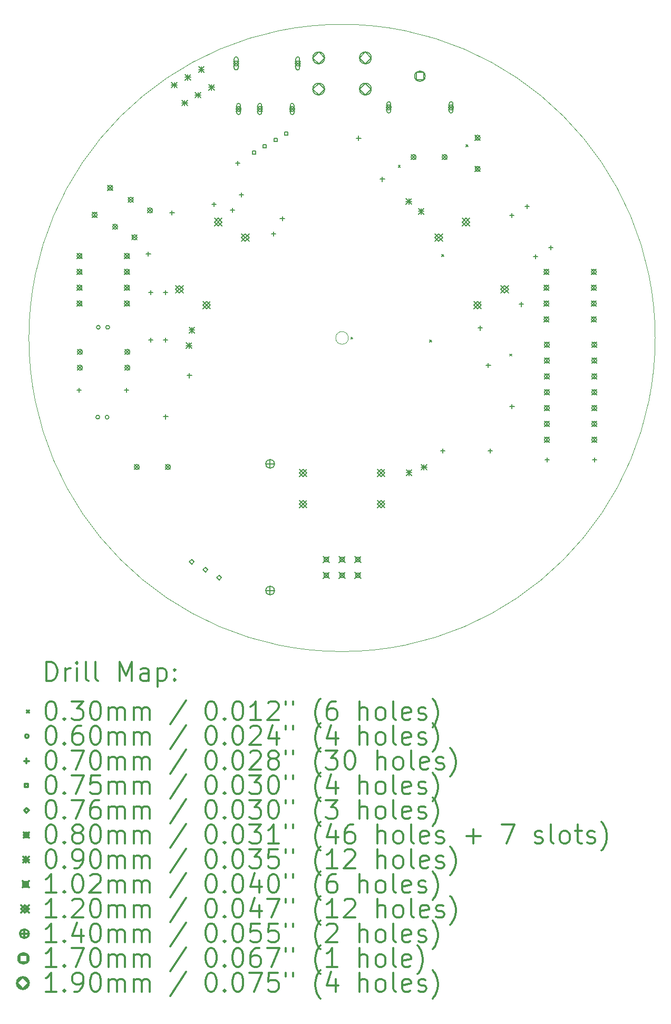
<source format=gbr>
%FSLAX45Y45*%
G04 Gerber Fmt 4.5, Leading zero omitted, Abs format (unit mm)*
G04 Created by KiCad (PCBNEW (5.1.5)-3) date 2020-06-18 20:32:14*
%MOMM*%
%LPD*%
G04 APERTURE LIST*
%TA.AperFunction,Profile*%
%ADD10C,0.050000*%
%TD*%
%ADD11C,0.200000*%
%ADD12C,0.300000*%
G04 APERTURE END LIST*
D10*
X15190000Y-10160000D02*
G75*
G03X15190000Y-10160000I-5030000J0D01*
G01*
X10261600Y-10160000D02*
G75*
G03X10261600Y-10160000I-101600J0D01*
G01*
D11*
X11065750Y-7389100D02*
X11095750Y-7419100D01*
X11095750Y-7389100D02*
X11065750Y-7419100D01*
X11764250Y-8824200D02*
X11794250Y-8854200D01*
X11794250Y-8824200D02*
X11764250Y-8854200D01*
X12151600Y-7058900D02*
X12181600Y-7088900D01*
X12181600Y-7058900D02*
X12151600Y-7088900D01*
X12856450Y-10418050D02*
X12886450Y-10448050D01*
X12886450Y-10418050D02*
X12856450Y-10448050D01*
X10304000Y-10148000D02*
X10334000Y-10178000D01*
X10334000Y-10148000D02*
X10304000Y-10178000D01*
X11569000Y-10195000D02*
X11599000Y-10225000D01*
X11599000Y-10195000D02*
X11569000Y-10225000D01*
X6265700Y-11430000D02*
G75*
G03X6265700Y-11430000I-30000J0D01*
G01*
X6415700Y-11430000D02*
G75*
G03X6415700Y-11430000I-30000J0D01*
G01*
X6274450Y-9988550D02*
G75*
G03X6274450Y-9988550I-30000J0D01*
G01*
X6424450Y-9988550D02*
G75*
G03X6424450Y-9988550I-30000J0D01*
G01*
X7048500Y-8778311D02*
X7048500Y-8848311D01*
X7013500Y-8813311D02*
X7083500Y-8813311D01*
X7429500Y-8118400D02*
X7429500Y-8188400D01*
X7394500Y-8153400D02*
X7464500Y-8153400D01*
X8401050Y-8073950D02*
X8401050Y-8143950D01*
X8366050Y-8108950D02*
X8436050Y-8108950D01*
X9060961Y-8454950D02*
X9060961Y-8524950D01*
X9025961Y-8489950D02*
X9095961Y-8489950D01*
X5937250Y-10963200D02*
X5937250Y-11033200D01*
X5902250Y-10998200D02*
X5972250Y-10998200D01*
X6699250Y-10963200D02*
X6699250Y-11033200D01*
X6664250Y-10998200D02*
X6734250Y-10998200D01*
X11779250Y-11934750D02*
X11779250Y-12004750D01*
X11744250Y-11969750D02*
X11814250Y-11969750D01*
X12541250Y-11934750D02*
X12541250Y-12004750D01*
X12506250Y-11969750D02*
X12576250Y-11969750D01*
X8540750Y-7826300D02*
X8540750Y-7896300D01*
X8505750Y-7861300D02*
X8575750Y-7861300D01*
X9200661Y-8207300D02*
X9200661Y-8277300D01*
X9165661Y-8242300D02*
X9235661Y-8242300D01*
X10426700Y-6918739D02*
X10426700Y-6988739D01*
X10391700Y-6953739D02*
X10461700Y-6953739D01*
X10807700Y-7578650D02*
X10807700Y-7648650D01*
X10772700Y-7613650D02*
X10842700Y-7613650D01*
X13130600Y-8013349D02*
X13130600Y-8083349D01*
X13095600Y-8048349D02*
X13165600Y-8048349D01*
X13511600Y-8673260D02*
X13511600Y-8743260D01*
X13476600Y-8708260D02*
X13546600Y-8708260D01*
X7086600Y-9394800D02*
X7086600Y-9464800D01*
X7051600Y-9429800D02*
X7121600Y-9429800D01*
X7086600Y-10156800D02*
X7086600Y-10226800D01*
X7051600Y-10191800D02*
X7121600Y-10191800D01*
X7327900Y-11388161D02*
X7327900Y-11458161D01*
X7292900Y-11423161D02*
X7362900Y-11423161D01*
X7708900Y-10728250D02*
X7708900Y-10798250D01*
X7673900Y-10763250D02*
X7743900Y-10763250D01*
X7321550Y-9394750D02*
X7321550Y-9464750D01*
X7286550Y-9429750D02*
X7356550Y-9429750D01*
X7321550Y-10156750D02*
X7321550Y-10226750D01*
X7286550Y-10191750D02*
X7356550Y-10191750D01*
X12376689Y-9966250D02*
X12376689Y-10036250D01*
X12341689Y-10001250D02*
X12411689Y-10001250D01*
X13036600Y-9585250D02*
X13036600Y-9655250D01*
X13001600Y-9620250D02*
X13071600Y-9620250D01*
X12884200Y-8156989D02*
X12884200Y-8226989D01*
X12849200Y-8191989D02*
X12919200Y-8191989D01*
X13265200Y-8816900D02*
X13265200Y-8886900D01*
X13230200Y-8851900D02*
X13300200Y-8851900D01*
X13455650Y-12080800D02*
X13455650Y-12150800D01*
X13420650Y-12115800D02*
X13490650Y-12115800D01*
X14217650Y-12080800D02*
X14217650Y-12150800D01*
X14182650Y-12115800D02*
X14252650Y-12115800D01*
X12509500Y-10563639D02*
X12509500Y-10633639D01*
X12474500Y-10598639D02*
X12544500Y-10598639D01*
X12890500Y-11223550D02*
X12890500Y-11293550D01*
X12855500Y-11258550D02*
X12925500Y-11258550D01*
X8102600Y-7978211D02*
X8102600Y-8048211D01*
X8067600Y-8013211D02*
X8137600Y-8013211D01*
X8483600Y-7318300D02*
X8483600Y-7388300D01*
X8448600Y-7353300D02*
X8518600Y-7353300D01*
X8771552Y-7209917D02*
X8771552Y-7156883D01*
X8718518Y-7156883D01*
X8718518Y-7209917D01*
X8771552Y-7209917D01*
X8944757Y-7109917D02*
X8944757Y-7056883D01*
X8891723Y-7056883D01*
X8891723Y-7109917D01*
X8944757Y-7109917D01*
X9117962Y-7009917D02*
X9117962Y-6956883D01*
X9064928Y-6956883D01*
X9064928Y-7009917D01*
X9117962Y-7009917D01*
X9291167Y-6909917D02*
X9291167Y-6856883D01*
X9238133Y-6856883D01*
X9238133Y-6909917D01*
X9291167Y-6909917D01*
X7744709Y-13786616D02*
X7782709Y-13748616D01*
X7744709Y-13710616D01*
X7706709Y-13748616D01*
X7744709Y-13786616D01*
X7964679Y-13913616D02*
X8002679Y-13875616D01*
X7964679Y-13837616D01*
X7926679Y-13875616D01*
X7964679Y-13913616D01*
X8184650Y-14040616D02*
X8222650Y-14002616D01*
X8184650Y-13964616D01*
X8146650Y-14002616D01*
X8184650Y-14040616D01*
X8418500Y-5717500D02*
X8498500Y-5797500D01*
X8498500Y-5717500D02*
X8418500Y-5797500D01*
X8498500Y-5757500D02*
G75*
G03X8498500Y-5757500I-40000J0D01*
G01*
X8488500Y-5832500D02*
X8488500Y-5682500D01*
X8428500Y-5832500D02*
X8428500Y-5682500D01*
X8488500Y-5682500D02*
G75*
G03X8428500Y-5682500I-30000J0D01*
G01*
X8428500Y-5832500D02*
G75*
G03X8488500Y-5832500I30000J0D01*
G01*
X8458500Y-6447500D02*
X8538500Y-6527500D01*
X8538500Y-6447500D02*
X8458500Y-6527500D01*
X8538500Y-6487500D02*
G75*
G03X8538500Y-6487500I-40000J0D01*
G01*
X8528500Y-6547500D02*
X8528500Y-6427500D01*
X8468500Y-6547500D02*
X8468500Y-6427500D01*
X8528500Y-6427500D02*
G75*
G03X8468500Y-6427500I-30000J0D01*
G01*
X8468500Y-6547500D02*
G75*
G03X8528500Y-6547500I30000J0D01*
G01*
X8798500Y-6447500D02*
X8878500Y-6527500D01*
X8878500Y-6447500D02*
X8798500Y-6527500D01*
X8878500Y-6487500D02*
G75*
G03X8878500Y-6487500I-40000J0D01*
G01*
X8868500Y-6547500D02*
X8868500Y-6427500D01*
X8808500Y-6547500D02*
X8808500Y-6427500D01*
X8868500Y-6427500D02*
G75*
G03X8808500Y-6427500I-30000J0D01*
G01*
X8808500Y-6547500D02*
G75*
G03X8868500Y-6547500I30000J0D01*
G01*
X9318500Y-6447500D02*
X9398500Y-6527500D01*
X9398500Y-6447500D02*
X9318500Y-6527500D01*
X9398500Y-6487500D02*
G75*
G03X9398500Y-6487500I-40000J0D01*
G01*
X9388500Y-6547500D02*
X9388500Y-6427500D01*
X9328500Y-6547500D02*
X9328500Y-6427500D01*
X9388500Y-6427500D02*
G75*
G03X9328500Y-6427500I-30000J0D01*
G01*
X9328500Y-6547500D02*
G75*
G03X9388500Y-6547500I30000J0D01*
G01*
X9408500Y-5717500D02*
X9488500Y-5797500D01*
X9488500Y-5717500D02*
X9408500Y-5797500D01*
X9488500Y-5757500D02*
G75*
G03X9488500Y-5757500I-40000J0D01*
G01*
X9478500Y-5832500D02*
X9478500Y-5682500D01*
X9418500Y-5832500D02*
X9418500Y-5682500D01*
X9478500Y-5682500D02*
G75*
G03X9418500Y-5682500I-30000J0D01*
G01*
X9418500Y-5832500D02*
G75*
G03X9478500Y-5832500I30000J0D01*
G01*
X6144900Y-8145150D02*
X6224900Y-8225150D01*
X6224900Y-8145150D02*
X6144900Y-8225150D01*
X6224900Y-8185150D02*
G75*
G03X6224900Y-8185150I-40000J0D01*
G01*
X6394900Y-7712137D02*
X6474900Y-7792137D01*
X6474900Y-7712137D02*
X6394900Y-7792137D01*
X6474900Y-7752137D02*
G75*
G03X6474900Y-7752137I-40000J0D01*
G01*
X12298050Y-6908550D02*
X12378050Y-6988550D01*
X12378050Y-6908550D02*
X12298050Y-6988550D01*
X12378050Y-6948550D02*
G75*
G03X12378050Y-6948550I-40000J0D01*
G01*
X12298050Y-7408550D02*
X12378050Y-7488550D01*
X12378050Y-7408550D02*
X12298050Y-7488550D01*
X12378050Y-7448550D02*
G75*
G03X12378050Y-7448550I-40000J0D01*
G01*
X6786250Y-8507100D02*
X6866250Y-8587100D01*
X6866250Y-8507100D02*
X6786250Y-8587100D01*
X6866250Y-8547100D02*
G75*
G03X6866250Y-8547100I-40000J0D01*
G01*
X7036250Y-8074087D02*
X7116250Y-8154087D01*
X7116250Y-8074087D02*
X7036250Y-8154087D01*
X7116250Y-8114087D02*
G75*
G03X7116250Y-8114087I-40000J0D01*
G01*
X6824350Y-12190100D02*
X6904350Y-12270100D01*
X6904350Y-12190100D02*
X6824350Y-12270100D01*
X6904350Y-12230100D02*
G75*
G03X6904350Y-12230100I-40000J0D01*
G01*
X7324350Y-12190100D02*
X7404350Y-12270100D01*
X7404350Y-12190100D02*
X7324350Y-12270100D01*
X7404350Y-12230100D02*
G75*
G03X7404350Y-12230100I-40000J0D01*
G01*
X13409200Y-10228000D02*
X13489200Y-10308000D01*
X13489200Y-10228000D02*
X13409200Y-10308000D01*
X13489200Y-10268000D02*
G75*
G03X13489200Y-10268000I-40000J0D01*
G01*
X13409200Y-10482000D02*
X13489200Y-10562000D01*
X13489200Y-10482000D02*
X13409200Y-10562000D01*
X13489200Y-10522000D02*
G75*
G03X13489200Y-10522000I-40000J0D01*
G01*
X13409200Y-10736000D02*
X13489200Y-10816000D01*
X13489200Y-10736000D02*
X13409200Y-10816000D01*
X13489200Y-10776000D02*
G75*
G03X13489200Y-10776000I-40000J0D01*
G01*
X13409200Y-10990000D02*
X13489200Y-11070000D01*
X13489200Y-10990000D02*
X13409200Y-11070000D01*
X13489200Y-11030000D02*
G75*
G03X13489200Y-11030000I-40000J0D01*
G01*
X13409200Y-11244000D02*
X13489200Y-11324000D01*
X13489200Y-11244000D02*
X13409200Y-11324000D01*
X13489200Y-11284000D02*
G75*
G03X13489200Y-11284000I-40000J0D01*
G01*
X13409200Y-11498000D02*
X13489200Y-11578000D01*
X13489200Y-11498000D02*
X13409200Y-11578000D01*
X13489200Y-11538000D02*
G75*
G03X13489200Y-11538000I-40000J0D01*
G01*
X13409200Y-11752000D02*
X13489200Y-11832000D01*
X13489200Y-11752000D02*
X13409200Y-11832000D01*
X13489200Y-11792000D02*
G75*
G03X13489200Y-11792000I-40000J0D01*
G01*
X14171200Y-10228000D02*
X14251200Y-10308000D01*
X14251200Y-10228000D02*
X14171200Y-10308000D01*
X14251200Y-10268000D02*
G75*
G03X14251200Y-10268000I-40000J0D01*
G01*
X14171200Y-10482000D02*
X14251200Y-10562000D01*
X14251200Y-10482000D02*
X14171200Y-10562000D01*
X14251200Y-10522000D02*
G75*
G03X14251200Y-10522000I-40000J0D01*
G01*
X14171200Y-10736000D02*
X14251200Y-10816000D01*
X14251200Y-10736000D02*
X14171200Y-10816000D01*
X14251200Y-10776000D02*
G75*
G03X14251200Y-10776000I-40000J0D01*
G01*
X14171200Y-10990000D02*
X14251200Y-11070000D01*
X14251200Y-10990000D02*
X14171200Y-11070000D01*
X14251200Y-11030000D02*
G75*
G03X14251200Y-11030000I-40000J0D01*
G01*
X14171200Y-11244000D02*
X14251200Y-11324000D01*
X14251200Y-11244000D02*
X14171200Y-11324000D01*
X14251200Y-11284000D02*
G75*
G03X14251200Y-11284000I-40000J0D01*
G01*
X14171200Y-11498000D02*
X14251200Y-11578000D01*
X14251200Y-11498000D02*
X14171200Y-11578000D01*
X14251200Y-11538000D02*
G75*
G03X14251200Y-11538000I-40000J0D01*
G01*
X14171200Y-11752000D02*
X14251200Y-11832000D01*
X14251200Y-11752000D02*
X14171200Y-11832000D01*
X14251200Y-11792000D02*
G75*
G03X14251200Y-11792000I-40000J0D01*
G01*
X11269350Y-7218050D02*
X11349350Y-7298050D01*
X11349350Y-7218050D02*
X11269350Y-7298050D01*
X11349350Y-7258050D02*
G75*
G03X11349350Y-7258050I-40000J0D01*
G01*
X11769350Y-7218050D02*
X11849350Y-7298050D01*
X11849350Y-7218050D02*
X11769350Y-7298050D01*
X11849350Y-7258050D02*
G75*
G03X11849350Y-7258050I-40000J0D01*
G01*
X6475100Y-8335650D02*
X6555100Y-8415650D01*
X6555100Y-8335650D02*
X6475100Y-8415650D01*
X6555100Y-8375650D02*
G75*
G03X6555100Y-8375650I-40000J0D01*
G01*
X6725100Y-7902637D02*
X6805100Y-7982637D01*
X6805100Y-7902637D02*
X6725100Y-7982637D01*
X6805100Y-7942637D02*
G75*
G03X6805100Y-7942637I-40000J0D01*
G01*
X13403000Y-9059550D02*
X13483000Y-9139550D01*
X13483000Y-9059550D02*
X13403000Y-9139550D01*
X13483000Y-9099550D02*
G75*
G03X13483000Y-9099550I-40000J0D01*
G01*
X13403000Y-9313550D02*
X13483000Y-9393550D01*
X13483000Y-9313550D02*
X13403000Y-9393550D01*
X13483000Y-9353550D02*
G75*
G03X13483000Y-9353550I-40000J0D01*
G01*
X13403000Y-9567550D02*
X13483000Y-9647550D01*
X13483000Y-9567550D02*
X13403000Y-9647550D01*
X13483000Y-9607550D02*
G75*
G03X13483000Y-9607550I-40000J0D01*
G01*
X13403000Y-9821550D02*
X13483000Y-9901550D01*
X13483000Y-9821550D02*
X13403000Y-9901550D01*
X13483000Y-9861550D02*
G75*
G03X13483000Y-9861550I-40000J0D01*
G01*
X14165000Y-9059550D02*
X14245000Y-9139550D01*
X14245000Y-9059550D02*
X14165000Y-9139550D01*
X14245000Y-9099550D02*
G75*
G03X14245000Y-9099550I-40000J0D01*
G01*
X14165000Y-9313550D02*
X14245000Y-9393550D01*
X14245000Y-9313550D02*
X14165000Y-9393550D01*
X14245000Y-9353550D02*
G75*
G03X14245000Y-9353550I-40000J0D01*
G01*
X14165000Y-9567550D02*
X14245000Y-9647550D01*
X14245000Y-9567550D02*
X14165000Y-9647550D01*
X14245000Y-9607550D02*
G75*
G03X14245000Y-9607550I-40000J0D01*
G01*
X14165000Y-9821550D02*
X14245000Y-9901550D01*
X14245000Y-9821550D02*
X14165000Y-9901550D01*
X14245000Y-9861550D02*
G75*
G03X14245000Y-9861550I-40000J0D01*
G01*
X5909950Y-10342250D02*
X5989950Y-10422250D01*
X5989950Y-10342250D02*
X5909950Y-10422250D01*
X5989950Y-10382250D02*
G75*
G03X5989950Y-10382250I-40000J0D01*
G01*
X5909950Y-10596250D02*
X5989950Y-10676250D01*
X5989950Y-10596250D02*
X5909950Y-10676250D01*
X5989950Y-10636250D02*
G75*
G03X5989950Y-10636250I-40000J0D01*
G01*
X6671950Y-10342250D02*
X6751950Y-10422250D01*
X6751950Y-10342250D02*
X6671950Y-10422250D01*
X6751950Y-10382250D02*
G75*
G03X6751950Y-10382250I-40000J0D01*
G01*
X6671950Y-10596250D02*
X6751950Y-10676250D01*
X6751950Y-10596250D02*
X6671950Y-10676250D01*
X6751950Y-10636250D02*
G75*
G03X6751950Y-10636250I-40000J0D01*
G01*
X10871000Y-6421800D02*
X10951000Y-6501800D01*
X10951000Y-6421800D02*
X10871000Y-6501800D01*
X10951000Y-6461800D02*
G75*
G03X10951000Y-6461800I-40000J0D01*
G01*
X10881000Y-6401800D02*
X10881000Y-6521800D01*
X10941000Y-6401800D02*
X10941000Y-6521800D01*
X10881000Y-6521800D02*
G75*
G03X10941000Y-6521800I30000J0D01*
G01*
X10941000Y-6401800D02*
G75*
G03X10881000Y-6401800I-30000J0D01*
G01*
X11871000Y-6421800D02*
X11951000Y-6501800D01*
X11951000Y-6421800D02*
X11871000Y-6501800D01*
X11951000Y-6461800D02*
G75*
G03X11951000Y-6461800I-40000J0D01*
G01*
X11881000Y-6401800D02*
X11881000Y-6521800D01*
X11941000Y-6401800D02*
X11941000Y-6521800D01*
X11881000Y-6521800D02*
G75*
G03X11941000Y-6521800I30000J0D01*
G01*
X11941000Y-6401800D02*
G75*
G03X11881000Y-6401800I-30000J0D01*
G01*
X5903600Y-8805550D02*
X5983600Y-8885550D01*
X5983600Y-8805550D02*
X5903600Y-8885550D01*
X5983600Y-8845550D02*
G75*
G03X5983600Y-8845550I-40000J0D01*
G01*
X5903600Y-9059550D02*
X5983600Y-9139550D01*
X5983600Y-9059550D02*
X5903600Y-9139550D01*
X5983600Y-9099550D02*
G75*
G03X5983600Y-9099550I-40000J0D01*
G01*
X5903600Y-9313550D02*
X5983600Y-9393550D01*
X5983600Y-9313550D02*
X5903600Y-9393550D01*
X5983600Y-9353550D02*
G75*
G03X5983600Y-9353550I-40000J0D01*
G01*
X5903600Y-9567550D02*
X5983600Y-9647550D01*
X5983600Y-9567550D02*
X5903600Y-9647550D01*
X5983600Y-9607550D02*
G75*
G03X5983600Y-9607550I-40000J0D01*
G01*
X6665600Y-8805550D02*
X6745600Y-8885550D01*
X6745600Y-8805550D02*
X6665600Y-8885550D01*
X6745600Y-8845550D02*
G75*
G03X6745600Y-8845550I-40000J0D01*
G01*
X6665600Y-9059550D02*
X6745600Y-9139550D01*
X6745600Y-9059550D02*
X6665600Y-9139550D01*
X6745600Y-9099550D02*
G75*
G03X6745600Y-9099550I-40000J0D01*
G01*
X6665600Y-9313550D02*
X6745600Y-9393550D01*
X6745600Y-9313550D02*
X6665600Y-9393550D01*
X6745600Y-9353550D02*
G75*
G03X6745600Y-9353550I-40000J0D01*
G01*
X6665600Y-9567550D02*
X6745600Y-9647550D01*
X6745600Y-9567550D02*
X6665600Y-9647550D01*
X6745600Y-9607550D02*
G75*
G03X6745600Y-9607550I-40000J0D01*
G01*
X7657893Y-10238141D02*
X7747893Y-10328141D01*
X7747893Y-10238141D02*
X7657893Y-10328141D01*
X7702893Y-10238141D02*
X7702893Y-10328141D01*
X7657893Y-10283141D02*
X7747893Y-10283141D01*
X7702000Y-9988000D02*
X7792000Y-10078000D01*
X7792000Y-9988000D02*
X7702000Y-10078000D01*
X7747000Y-9988000D02*
X7747000Y-10078000D01*
X7702000Y-10033000D02*
X7792000Y-10033000D01*
X11191000Y-12275000D02*
X11281000Y-12365000D01*
X11281000Y-12275000D02*
X11191000Y-12365000D01*
X11236000Y-12275000D02*
X11236000Y-12365000D01*
X11191000Y-12320000D02*
X11281000Y-12320000D01*
X11429682Y-12188127D02*
X11519682Y-12278127D01*
X11519682Y-12188127D02*
X11429682Y-12278127D01*
X11474682Y-12188127D02*
X11474682Y-12278127D01*
X11429682Y-12233127D02*
X11519682Y-12233127D01*
X7420594Y-6058941D02*
X7510594Y-6148941D01*
X7510594Y-6058941D02*
X7420594Y-6148941D01*
X7465594Y-6058941D02*
X7465594Y-6148941D01*
X7420594Y-6103941D02*
X7510594Y-6103941D01*
X7585594Y-6344730D02*
X7675594Y-6434730D01*
X7675594Y-6344730D02*
X7585594Y-6434730D01*
X7630594Y-6344730D02*
X7630594Y-6434730D01*
X7585594Y-6389730D02*
X7675594Y-6389730D01*
X7637100Y-5933941D02*
X7727100Y-6023941D01*
X7727100Y-5933941D02*
X7637100Y-6023941D01*
X7682100Y-5933941D02*
X7682100Y-6023941D01*
X7637100Y-5978941D02*
X7727100Y-5978941D01*
X7802100Y-6219730D02*
X7892100Y-6309730D01*
X7892100Y-6219730D02*
X7802100Y-6309730D01*
X7847100Y-6219730D02*
X7847100Y-6309730D01*
X7802100Y-6264730D02*
X7892100Y-6264730D01*
X7853606Y-5808941D02*
X7943606Y-5898941D01*
X7943606Y-5808941D02*
X7853606Y-5898941D01*
X7898606Y-5808941D02*
X7898606Y-5898941D01*
X7853606Y-5853941D02*
X7943606Y-5853941D01*
X8018606Y-6094730D02*
X8108606Y-6184730D01*
X8108606Y-6094730D02*
X8018606Y-6184730D01*
X8063606Y-6094730D02*
X8063606Y-6184730D01*
X8018606Y-6139730D02*
X8108606Y-6139730D01*
X11187605Y-7925153D02*
X11277605Y-8015153D01*
X11277605Y-7925153D02*
X11187605Y-8015153D01*
X11232605Y-7925153D02*
X11232605Y-8015153D01*
X11187605Y-7970153D02*
X11277605Y-7970153D01*
X11385000Y-8085000D02*
X11475000Y-8175000D01*
X11475000Y-8085000D02*
X11385000Y-8175000D01*
X11430000Y-8085000D02*
X11430000Y-8175000D01*
X11385000Y-8130000D02*
X11475000Y-8130000D01*
X9855200Y-13665200D02*
X9956800Y-13766800D01*
X9956800Y-13665200D02*
X9855200Y-13766800D01*
X9941921Y-13751921D02*
X9941921Y-13680079D01*
X9870079Y-13680079D01*
X9870079Y-13751921D01*
X9941921Y-13751921D01*
X9855200Y-13919200D02*
X9956800Y-14020800D01*
X9956800Y-13919200D02*
X9855200Y-14020800D01*
X9941921Y-14005921D02*
X9941921Y-13934079D01*
X9870079Y-13934079D01*
X9870079Y-14005921D01*
X9941921Y-14005921D01*
X10109200Y-13665200D02*
X10210800Y-13766800D01*
X10210800Y-13665200D02*
X10109200Y-13766800D01*
X10195921Y-13751921D02*
X10195921Y-13680079D01*
X10124079Y-13680079D01*
X10124079Y-13751921D01*
X10195921Y-13751921D01*
X10109200Y-13919200D02*
X10210800Y-14020800D01*
X10210800Y-13919200D02*
X10109200Y-14020800D01*
X10195921Y-14005921D02*
X10195921Y-13934079D01*
X10124079Y-13934079D01*
X10124079Y-14005921D01*
X10195921Y-14005921D01*
X10363200Y-13665200D02*
X10464800Y-13766800D01*
X10464800Y-13665200D02*
X10363200Y-13766800D01*
X10449921Y-13751921D02*
X10449921Y-13680079D01*
X10378079Y-13680079D01*
X10378079Y-13751921D01*
X10449921Y-13751921D01*
X10363200Y-13919200D02*
X10464800Y-14020800D01*
X10464800Y-13919200D02*
X10363200Y-14020800D01*
X10449921Y-14005921D02*
X10449921Y-13934079D01*
X10378079Y-13934079D01*
X10378079Y-14005921D01*
X10449921Y-14005921D01*
X7488194Y-9322466D02*
X7608194Y-9442466D01*
X7608194Y-9322466D02*
X7488194Y-9442466D01*
X7548194Y-9442466D02*
X7608194Y-9382466D01*
X7548194Y-9322466D01*
X7488194Y-9382466D01*
X7548194Y-9442466D01*
X7921206Y-9572466D02*
X8041206Y-9692466D01*
X8041206Y-9572466D02*
X7921206Y-9692466D01*
X7981206Y-9692466D02*
X8041206Y-9632466D01*
X7981206Y-9572466D01*
X7921206Y-9632466D01*
X7981206Y-9692466D01*
X8113194Y-8239934D02*
X8233194Y-8359934D01*
X8233194Y-8239934D02*
X8113194Y-8359934D01*
X8173194Y-8359934D02*
X8233194Y-8299934D01*
X8173194Y-8239934D01*
X8113194Y-8299934D01*
X8173194Y-8359934D01*
X8546206Y-8489934D02*
X8666206Y-8609934D01*
X8666206Y-8489934D02*
X8546206Y-8609934D01*
X8606206Y-8609934D02*
X8666206Y-8549934D01*
X8606206Y-8489934D01*
X8546206Y-8549934D01*
X8606206Y-8609934D01*
X9475000Y-12263000D02*
X9595000Y-12383000D01*
X9595000Y-12263000D02*
X9475000Y-12383000D01*
X9535000Y-12383000D02*
X9595000Y-12323000D01*
X9535000Y-12263000D01*
X9475000Y-12323000D01*
X9535000Y-12383000D01*
X9475000Y-12763000D02*
X9595000Y-12883000D01*
X9595000Y-12763000D02*
X9475000Y-12883000D01*
X9535000Y-12883000D02*
X9595000Y-12823000D01*
X9535000Y-12763000D01*
X9475000Y-12823000D01*
X9535000Y-12883000D01*
X10725000Y-12263000D02*
X10845000Y-12383000D01*
X10845000Y-12263000D02*
X10725000Y-12383000D01*
X10785000Y-12383000D02*
X10845000Y-12323000D01*
X10785000Y-12263000D01*
X10725000Y-12323000D01*
X10785000Y-12383000D01*
X10725000Y-12763000D02*
X10845000Y-12883000D01*
X10845000Y-12763000D02*
X10725000Y-12883000D01*
X10785000Y-12883000D02*
X10845000Y-12823000D01*
X10785000Y-12763000D01*
X10725000Y-12823000D01*
X10785000Y-12883000D01*
X11653794Y-8489934D02*
X11773794Y-8609934D01*
X11773794Y-8489934D02*
X11653794Y-8609934D01*
X11713794Y-8609934D02*
X11773794Y-8549934D01*
X11713794Y-8489934D01*
X11653794Y-8549934D01*
X11713794Y-8609934D01*
X12086806Y-8239934D02*
X12206806Y-8359934D01*
X12206806Y-8239934D02*
X12086806Y-8359934D01*
X12146806Y-8359934D02*
X12206806Y-8299934D01*
X12146806Y-8239934D01*
X12086806Y-8299934D01*
X12146806Y-8359934D01*
X12278794Y-9572466D02*
X12398794Y-9692466D01*
X12398794Y-9572466D02*
X12278794Y-9692466D01*
X12338794Y-9692466D02*
X12398794Y-9632466D01*
X12338794Y-9572466D01*
X12278794Y-9632466D01*
X12338794Y-9692466D01*
X12711806Y-9322466D02*
X12831806Y-9442466D01*
X12831806Y-9322466D02*
X12711806Y-9442466D01*
X12771806Y-9442466D02*
X12831806Y-9382466D01*
X12771806Y-9322466D01*
X12711806Y-9382466D01*
X12771806Y-9442466D01*
X9004300Y-12109300D02*
X9004300Y-12249300D01*
X8934300Y-12179300D02*
X9074300Y-12179300D01*
X9074300Y-12179300D02*
G75*
G03X9074300Y-12179300I-70000J0D01*
G01*
X9004300Y-14141300D02*
X9004300Y-14281300D01*
X8934300Y-14211300D02*
X9074300Y-14211300D01*
X9074300Y-14211300D02*
G75*
G03X9074300Y-14211300I-70000J0D01*
G01*
X11471105Y-6021905D02*
X11471105Y-5901695D01*
X11350895Y-5901695D01*
X11350895Y-6021905D01*
X11471105Y-6021905D01*
X11496000Y-5961800D02*
G75*
G03X11496000Y-5961800I-85000J0D01*
G01*
X9785000Y-5763200D02*
X9880000Y-5668200D01*
X9785000Y-5573200D01*
X9690000Y-5668200D01*
X9785000Y-5763200D01*
X9880000Y-5668200D02*
G75*
G03X9880000Y-5668200I-95000J0D01*
G01*
X9785000Y-6263200D02*
X9880000Y-6168200D01*
X9785000Y-6073200D01*
X9690000Y-6168200D01*
X9785000Y-6263200D01*
X9880000Y-6168200D02*
G75*
G03X9880000Y-6168200I-95000J0D01*
G01*
X10535000Y-5763200D02*
X10630000Y-5668200D01*
X10535000Y-5573200D01*
X10440000Y-5668200D01*
X10535000Y-5763200D01*
X10630000Y-5668200D02*
G75*
G03X10630000Y-5668200I-95000J0D01*
G01*
X10535000Y-6263200D02*
X10630000Y-6168200D01*
X10535000Y-6073200D01*
X10440000Y-6168200D01*
X10535000Y-6263200D01*
X10630000Y-6168200D02*
G75*
G03X10630000Y-6168200I-95000J0D01*
G01*
D12*
X5413928Y-15658214D02*
X5413928Y-15358214D01*
X5485357Y-15358214D01*
X5528214Y-15372500D01*
X5556786Y-15401071D01*
X5571071Y-15429643D01*
X5585357Y-15486786D01*
X5585357Y-15529643D01*
X5571071Y-15586786D01*
X5556786Y-15615357D01*
X5528214Y-15643929D01*
X5485357Y-15658214D01*
X5413928Y-15658214D01*
X5713928Y-15658214D02*
X5713928Y-15458214D01*
X5713928Y-15515357D02*
X5728214Y-15486786D01*
X5742500Y-15472500D01*
X5771071Y-15458214D01*
X5799643Y-15458214D01*
X5899643Y-15658214D02*
X5899643Y-15458214D01*
X5899643Y-15358214D02*
X5885357Y-15372500D01*
X5899643Y-15386786D01*
X5913928Y-15372500D01*
X5899643Y-15358214D01*
X5899643Y-15386786D01*
X6085357Y-15658214D02*
X6056786Y-15643929D01*
X6042500Y-15615357D01*
X6042500Y-15358214D01*
X6242500Y-15658214D02*
X6213928Y-15643929D01*
X6199643Y-15615357D01*
X6199643Y-15358214D01*
X6585357Y-15658214D02*
X6585357Y-15358214D01*
X6685357Y-15572500D01*
X6785357Y-15358214D01*
X6785357Y-15658214D01*
X7056786Y-15658214D02*
X7056786Y-15501071D01*
X7042500Y-15472500D01*
X7013928Y-15458214D01*
X6956786Y-15458214D01*
X6928214Y-15472500D01*
X7056786Y-15643929D02*
X7028214Y-15658214D01*
X6956786Y-15658214D01*
X6928214Y-15643929D01*
X6913928Y-15615357D01*
X6913928Y-15586786D01*
X6928214Y-15558214D01*
X6956786Y-15543929D01*
X7028214Y-15543929D01*
X7056786Y-15529643D01*
X7199643Y-15458214D02*
X7199643Y-15758214D01*
X7199643Y-15472500D02*
X7228214Y-15458214D01*
X7285357Y-15458214D01*
X7313928Y-15472500D01*
X7328214Y-15486786D01*
X7342500Y-15515357D01*
X7342500Y-15601071D01*
X7328214Y-15629643D01*
X7313928Y-15643929D01*
X7285357Y-15658214D01*
X7228214Y-15658214D01*
X7199643Y-15643929D01*
X7471071Y-15629643D02*
X7485357Y-15643929D01*
X7471071Y-15658214D01*
X7456786Y-15643929D01*
X7471071Y-15629643D01*
X7471071Y-15658214D01*
X7471071Y-15472500D02*
X7485357Y-15486786D01*
X7471071Y-15501071D01*
X7456786Y-15486786D01*
X7471071Y-15472500D01*
X7471071Y-15501071D01*
X5097500Y-16137500D02*
X5127500Y-16167500D01*
X5127500Y-16137500D02*
X5097500Y-16167500D01*
X5471071Y-15988214D02*
X5499643Y-15988214D01*
X5528214Y-16002500D01*
X5542500Y-16016786D01*
X5556786Y-16045357D01*
X5571071Y-16102500D01*
X5571071Y-16173929D01*
X5556786Y-16231071D01*
X5542500Y-16259643D01*
X5528214Y-16273929D01*
X5499643Y-16288214D01*
X5471071Y-16288214D01*
X5442500Y-16273929D01*
X5428214Y-16259643D01*
X5413928Y-16231071D01*
X5399643Y-16173929D01*
X5399643Y-16102500D01*
X5413928Y-16045357D01*
X5428214Y-16016786D01*
X5442500Y-16002500D01*
X5471071Y-15988214D01*
X5699643Y-16259643D02*
X5713928Y-16273929D01*
X5699643Y-16288214D01*
X5685357Y-16273929D01*
X5699643Y-16259643D01*
X5699643Y-16288214D01*
X5813928Y-15988214D02*
X5999643Y-15988214D01*
X5899643Y-16102500D01*
X5942500Y-16102500D01*
X5971071Y-16116786D01*
X5985357Y-16131071D01*
X5999643Y-16159643D01*
X5999643Y-16231071D01*
X5985357Y-16259643D01*
X5971071Y-16273929D01*
X5942500Y-16288214D01*
X5856786Y-16288214D01*
X5828214Y-16273929D01*
X5813928Y-16259643D01*
X6185357Y-15988214D02*
X6213928Y-15988214D01*
X6242500Y-16002500D01*
X6256786Y-16016786D01*
X6271071Y-16045357D01*
X6285357Y-16102500D01*
X6285357Y-16173929D01*
X6271071Y-16231071D01*
X6256786Y-16259643D01*
X6242500Y-16273929D01*
X6213928Y-16288214D01*
X6185357Y-16288214D01*
X6156786Y-16273929D01*
X6142500Y-16259643D01*
X6128214Y-16231071D01*
X6113928Y-16173929D01*
X6113928Y-16102500D01*
X6128214Y-16045357D01*
X6142500Y-16016786D01*
X6156786Y-16002500D01*
X6185357Y-15988214D01*
X6413928Y-16288214D02*
X6413928Y-16088214D01*
X6413928Y-16116786D02*
X6428214Y-16102500D01*
X6456786Y-16088214D01*
X6499643Y-16088214D01*
X6528214Y-16102500D01*
X6542500Y-16131071D01*
X6542500Y-16288214D01*
X6542500Y-16131071D02*
X6556786Y-16102500D01*
X6585357Y-16088214D01*
X6628214Y-16088214D01*
X6656786Y-16102500D01*
X6671071Y-16131071D01*
X6671071Y-16288214D01*
X6813928Y-16288214D02*
X6813928Y-16088214D01*
X6813928Y-16116786D02*
X6828214Y-16102500D01*
X6856786Y-16088214D01*
X6899643Y-16088214D01*
X6928214Y-16102500D01*
X6942500Y-16131071D01*
X6942500Y-16288214D01*
X6942500Y-16131071D02*
X6956786Y-16102500D01*
X6985357Y-16088214D01*
X7028214Y-16088214D01*
X7056786Y-16102500D01*
X7071071Y-16131071D01*
X7071071Y-16288214D01*
X7656786Y-15973929D02*
X7399643Y-16359643D01*
X8042500Y-15988214D02*
X8071071Y-15988214D01*
X8099643Y-16002500D01*
X8113928Y-16016786D01*
X8128214Y-16045357D01*
X8142500Y-16102500D01*
X8142500Y-16173929D01*
X8128214Y-16231071D01*
X8113928Y-16259643D01*
X8099643Y-16273929D01*
X8071071Y-16288214D01*
X8042500Y-16288214D01*
X8013928Y-16273929D01*
X7999643Y-16259643D01*
X7985357Y-16231071D01*
X7971071Y-16173929D01*
X7971071Y-16102500D01*
X7985357Y-16045357D01*
X7999643Y-16016786D01*
X8013928Y-16002500D01*
X8042500Y-15988214D01*
X8271071Y-16259643D02*
X8285357Y-16273929D01*
X8271071Y-16288214D01*
X8256786Y-16273929D01*
X8271071Y-16259643D01*
X8271071Y-16288214D01*
X8471071Y-15988214D02*
X8499643Y-15988214D01*
X8528214Y-16002500D01*
X8542500Y-16016786D01*
X8556786Y-16045357D01*
X8571071Y-16102500D01*
X8571071Y-16173929D01*
X8556786Y-16231071D01*
X8542500Y-16259643D01*
X8528214Y-16273929D01*
X8499643Y-16288214D01*
X8471071Y-16288214D01*
X8442500Y-16273929D01*
X8428214Y-16259643D01*
X8413928Y-16231071D01*
X8399643Y-16173929D01*
X8399643Y-16102500D01*
X8413928Y-16045357D01*
X8428214Y-16016786D01*
X8442500Y-16002500D01*
X8471071Y-15988214D01*
X8856786Y-16288214D02*
X8685357Y-16288214D01*
X8771071Y-16288214D02*
X8771071Y-15988214D01*
X8742500Y-16031071D01*
X8713928Y-16059643D01*
X8685357Y-16073929D01*
X8971071Y-16016786D02*
X8985357Y-16002500D01*
X9013928Y-15988214D01*
X9085357Y-15988214D01*
X9113928Y-16002500D01*
X9128214Y-16016786D01*
X9142500Y-16045357D01*
X9142500Y-16073929D01*
X9128214Y-16116786D01*
X8956786Y-16288214D01*
X9142500Y-16288214D01*
X9256786Y-15988214D02*
X9256786Y-16045357D01*
X9371071Y-15988214D02*
X9371071Y-16045357D01*
X9813928Y-16402500D02*
X9799643Y-16388214D01*
X9771071Y-16345357D01*
X9756786Y-16316786D01*
X9742500Y-16273929D01*
X9728214Y-16202500D01*
X9728214Y-16145357D01*
X9742500Y-16073929D01*
X9756786Y-16031071D01*
X9771071Y-16002500D01*
X9799643Y-15959643D01*
X9813928Y-15945357D01*
X10056786Y-15988214D02*
X9999643Y-15988214D01*
X9971071Y-16002500D01*
X9956786Y-16016786D01*
X9928214Y-16059643D01*
X9913928Y-16116786D01*
X9913928Y-16231071D01*
X9928214Y-16259643D01*
X9942500Y-16273929D01*
X9971071Y-16288214D01*
X10028214Y-16288214D01*
X10056786Y-16273929D01*
X10071071Y-16259643D01*
X10085357Y-16231071D01*
X10085357Y-16159643D01*
X10071071Y-16131071D01*
X10056786Y-16116786D01*
X10028214Y-16102500D01*
X9971071Y-16102500D01*
X9942500Y-16116786D01*
X9928214Y-16131071D01*
X9913928Y-16159643D01*
X10442500Y-16288214D02*
X10442500Y-15988214D01*
X10571071Y-16288214D02*
X10571071Y-16131071D01*
X10556786Y-16102500D01*
X10528214Y-16088214D01*
X10485357Y-16088214D01*
X10456786Y-16102500D01*
X10442500Y-16116786D01*
X10756786Y-16288214D02*
X10728214Y-16273929D01*
X10713928Y-16259643D01*
X10699643Y-16231071D01*
X10699643Y-16145357D01*
X10713928Y-16116786D01*
X10728214Y-16102500D01*
X10756786Y-16088214D01*
X10799643Y-16088214D01*
X10828214Y-16102500D01*
X10842500Y-16116786D01*
X10856786Y-16145357D01*
X10856786Y-16231071D01*
X10842500Y-16259643D01*
X10828214Y-16273929D01*
X10799643Y-16288214D01*
X10756786Y-16288214D01*
X11028214Y-16288214D02*
X10999643Y-16273929D01*
X10985357Y-16245357D01*
X10985357Y-15988214D01*
X11256786Y-16273929D02*
X11228214Y-16288214D01*
X11171071Y-16288214D01*
X11142500Y-16273929D01*
X11128214Y-16245357D01*
X11128214Y-16131071D01*
X11142500Y-16102500D01*
X11171071Y-16088214D01*
X11228214Y-16088214D01*
X11256786Y-16102500D01*
X11271071Y-16131071D01*
X11271071Y-16159643D01*
X11128214Y-16188214D01*
X11385357Y-16273929D02*
X11413928Y-16288214D01*
X11471071Y-16288214D01*
X11499643Y-16273929D01*
X11513928Y-16245357D01*
X11513928Y-16231071D01*
X11499643Y-16202500D01*
X11471071Y-16188214D01*
X11428214Y-16188214D01*
X11399643Y-16173929D01*
X11385357Y-16145357D01*
X11385357Y-16131071D01*
X11399643Y-16102500D01*
X11428214Y-16088214D01*
X11471071Y-16088214D01*
X11499643Y-16102500D01*
X11613928Y-16402500D02*
X11628214Y-16388214D01*
X11656786Y-16345357D01*
X11671071Y-16316786D01*
X11685357Y-16273929D01*
X11699643Y-16202500D01*
X11699643Y-16145357D01*
X11685357Y-16073929D01*
X11671071Y-16031071D01*
X11656786Y-16002500D01*
X11628214Y-15959643D01*
X11613928Y-15945357D01*
X5127500Y-16548500D02*
G75*
G03X5127500Y-16548500I-30000J0D01*
G01*
X5471071Y-16384214D02*
X5499643Y-16384214D01*
X5528214Y-16398500D01*
X5542500Y-16412786D01*
X5556786Y-16441357D01*
X5571071Y-16498500D01*
X5571071Y-16569929D01*
X5556786Y-16627071D01*
X5542500Y-16655643D01*
X5528214Y-16669929D01*
X5499643Y-16684214D01*
X5471071Y-16684214D01*
X5442500Y-16669929D01*
X5428214Y-16655643D01*
X5413928Y-16627071D01*
X5399643Y-16569929D01*
X5399643Y-16498500D01*
X5413928Y-16441357D01*
X5428214Y-16412786D01*
X5442500Y-16398500D01*
X5471071Y-16384214D01*
X5699643Y-16655643D02*
X5713928Y-16669929D01*
X5699643Y-16684214D01*
X5685357Y-16669929D01*
X5699643Y-16655643D01*
X5699643Y-16684214D01*
X5971071Y-16384214D02*
X5913928Y-16384214D01*
X5885357Y-16398500D01*
X5871071Y-16412786D01*
X5842500Y-16455643D01*
X5828214Y-16512786D01*
X5828214Y-16627071D01*
X5842500Y-16655643D01*
X5856786Y-16669929D01*
X5885357Y-16684214D01*
X5942500Y-16684214D01*
X5971071Y-16669929D01*
X5985357Y-16655643D01*
X5999643Y-16627071D01*
X5999643Y-16555643D01*
X5985357Y-16527071D01*
X5971071Y-16512786D01*
X5942500Y-16498500D01*
X5885357Y-16498500D01*
X5856786Y-16512786D01*
X5842500Y-16527071D01*
X5828214Y-16555643D01*
X6185357Y-16384214D02*
X6213928Y-16384214D01*
X6242500Y-16398500D01*
X6256786Y-16412786D01*
X6271071Y-16441357D01*
X6285357Y-16498500D01*
X6285357Y-16569929D01*
X6271071Y-16627071D01*
X6256786Y-16655643D01*
X6242500Y-16669929D01*
X6213928Y-16684214D01*
X6185357Y-16684214D01*
X6156786Y-16669929D01*
X6142500Y-16655643D01*
X6128214Y-16627071D01*
X6113928Y-16569929D01*
X6113928Y-16498500D01*
X6128214Y-16441357D01*
X6142500Y-16412786D01*
X6156786Y-16398500D01*
X6185357Y-16384214D01*
X6413928Y-16684214D02*
X6413928Y-16484214D01*
X6413928Y-16512786D02*
X6428214Y-16498500D01*
X6456786Y-16484214D01*
X6499643Y-16484214D01*
X6528214Y-16498500D01*
X6542500Y-16527071D01*
X6542500Y-16684214D01*
X6542500Y-16527071D02*
X6556786Y-16498500D01*
X6585357Y-16484214D01*
X6628214Y-16484214D01*
X6656786Y-16498500D01*
X6671071Y-16527071D01*
X6671071Y-16684214D01*
X6813928Y-16684214D02*
X6813928Y-16484214D01*
X6813928Y-16512786D02*
X6828214Y-16498500D01*
X6856786Y-16484214D01*
X6899643Y-16484214D01*
X6928214Y-16498500D01*
X6942500Y-16527071D01*
X6942500Y-16684214D01*
X6942500Y-16527071D02*
X6956786Y-16498500D01*
X6985357Y-16484214D01*
X7028214Y-16484214D01*
X7056786Y-16498500D01*
X7071071Y-16527071D01*
X7071071Y-16684214D01*
X7656786Y-16369929D02*
X7399643Y-16755643D01*
X8042500Y-16384214D02*
X8071071Y-16384214D01*
X8099643Y-16398500D01*
X8113928Y-16412786D01*
X8128214Y-16441357D01*
X8142500Y-16498500D01*
X8142500Y-16569929D01*
X8128214Y-16627071D01*
X8113928Y-16655643D01*
X8099643Y-16669929D01*
X8071071Y-16684214D01*
X8042500Y-16684214D01*
X8013928Y-16669929D01*
X7999643Y-16655643D01*
X7985357Y-16627071D01*
X7971071Y-16569929D01*
X7971071Y-16498500D01*
X7985357Y-16441357D01*
X7999643Y-16412786D01*
X8013928Y-16398500D01*
X8042500Y-16384214D01*
X8271071Y-16655643D02*
X8285357Y-16669929D01*
X8271071Y-16684214D01*
X8256786Y-16669929D01*
X8271071Y-16655643D01*
X8271071Y-16684214D01*
X8471071Y-16384214D02*
X8499643Y-16384214D01*
X8528214Y-16398500D01*
X8542500Y-16412786D01*
X8556786Y-16441357D01*
X8571071Y-16498500D01*
X8571071Y-16569929D01*
X8556786Y-16627071D01*
X8542500Y-16655643D01*
X8528214Y-16669929D01*
X8499643Y-16684214D01*
X8471071Y-16684214D01*
X8442500Y-16669929D01*
X8428214Y-16655643D01*
X8413928Y-16627071D01*
X8399643Y-16569929D01*
X8399643Y-16498500D01*
X8413928Y-16441357D01*
X8428214Y-16412786D01*
X8442500Y-16398500D01*
X8471071Y-16384214D01*
X8685357Y-16412786D02*
X8699643Y-16398500D01*
X8728214Y-16384214D01*
X8799643Y-16384214D01*
X8828214Y-16398500D01*
X8842500Y-16412786D01*
X8856786Y-16441357D01*
X8856786Y-16469929D01*
X8842500Y-16512786D01*
X8671071Y-16684214D01*
X8856786Y-16684214D01*
X9113928Y-16484214D02*
X9113928Y-16684214D01*
X9042500Y-16369929D02*
X8971071Y-16584214D01*
X9156786Y-16584214D01*
X9256786Y-16384214D02*
X9256786Y-16441357D01*
X9371071Y-16384214D02*
X9371071Y-16441357D01*
X9813928Y-16798500D02*
X9799643Y-16784214D01*
X9771071Y-16741357D01*
X9756786Y-16712786D01*
X9742500Y-16669929D01*
X9728214Y-16598500D01*
X9728214Y-16541357D01*
X9742500Y-16469929D01*
X9756786Y-16427071D01*
X9771071Y-16398500D01*
X9799643Y-16355643D01*
X9813928Y-16341357D01*
X10056786Y-16484214D02*
X10056786Y-16684214D01*
X9985357Y-16369929D02*
X9913928Y-16584214D01*
X10099643Y-16584214D01*
X10442500Y-16684214D02*
X10442500Y-16384214D01*
X10571071Y-16684214D02*
X10571071Y-16527071D01*
X10556786Y-16498500D01*
X10528214Y-16484214D01*
X10485357Y-16484214D01*
X10456786Y-16498500D01*
X10442500Y-16512786D01*
X10756786Y-16684214D02*
X10728214Y-16669929D01*
X10713928Y-16655643D01*
X10699643Y-16627071D01*
X10699643Y-16541357D01*
X10713928Y-16512786D01*
X10728214Y-16498500D01*
X10756786Y-16484214D01*
X10799643Y-16484214D01*
X10828214Y-16498500D01*
X10842500Y-16512786D01*
X10856786Y-16541357D01*
X10856786Y-16627071D01*
X10842500Y-16655643D01*
X10828214Y-16669929D01*
X10799643Y-16684214D01*
X10756786Y-16684214D01*
X11028214Y-16684214D02*
X10999643Y-16669929D01*
X10985357Y-16641357D01*
X10985357Y-16384214D01*
X11256786Y-16669929D02*
X11228214Y-16684214D01*
X11171071Y-16684214D01*
X11142500Y-16669929D01*
X11128214Y-16641357D01*
X11128214Y-16527071D01*
X11142500Y-16498500D01*
X11171071Y-16484214D01*
X11228214Y-16484214D01*
X11256786Y-16498500D01*
X11271071Y-16527071D01*
X11271071Y-16555643D01*
X11128214Y-16584214D01*
X11385357Y-16669929D02*
X11413928Y-16684214D01*
X11471071Y-16684214D01*
X11499643Y-16669929D01*
X11513928Y-16641357D01*
X11513928Y-16627071D01*
X11499643Y-16598500D01*
X11471071Y-16584214D01*
X11428214Y-16584214D01*
X11399643Y-16569929D01*
X11385357Y-16541357D01*
X11385357Y-16527071D01*
X11399643Y-16498500D01*
X11428214Y-16484214D01*
X11471071Y-16484214D01*
X11499643Y-16498500D01*
X11613928Y-16798500D02*
X11628214Y-16784214D01*
X11656786Y-16741357D01*
X11671071Y-16712786D01*
X11685357Y-16669929D01*
X11699643Y-16598500D01*
X11699643Y-16541357D01*
X11685357Y-16469929D01*
X11671071Y-16427071D01*
X11656786Y-16398500D01*
X11628214Y-16355643D01*
X11613928Y-16341357D01*
X5092500Y-16909500D02*
X5092500Y-16979500D01*
X5057500Y-16944500D02*
X5127500Y-16944500D01*
X5471071Y-16780214D02*
X5499643Y-16780214D01*
X5528214Y-16794500D01*
X5542500Y-16808786D01*
X5556786Y-16837357D01*
X5571071Y-16894500D01*
X5571071Y-16965929D01*
X5556786Y-17023072D01*
X5542500Y-17051643D01*
X5528214Y-17065929D01*
X5499643Y-17080214D01*
X5471071Y-17080214D01*
X5442500Y-17065929D01*
X5428214Y-17051643D01*
X5413928Y-17023072D01*
X5399643Y-16965929D01*
X5399643Y-16894500D01*
X5413928Y-16837357D01*
X5428214Y-16808786D01*
X5442500Y-16794500D01*
X5471071Y-16780214D01*
X5699643Y-17051643D02*
X5713928Y-17065929D01*
X5699643Y-17080214D01*
X5685357Y-17065929D01*
X5699643Y-17051643D01*
X5699643Y-17080214D01*
X5813928Y-16780214D02*
X6013928Y-16780214D01*
X5885357Y-17080214D01*
X6185357Y-16780214D02*
X6213928Y-16780214D01*
X6242500Y-16794500D01*
X6256786Y-16808786D01*
X6271071Y-16837357D01*
X6285357Y-16894500D01*
X6285357Y-16965929D01*
X6271071Y-17023072D01*
X6256786Y-17051643D01*
X6242500Y-17065929D01*
X6213928Y-17080214D01*
X6185357Y-17080214D01*
X6156786Y-17065929D01*
X6142500Y-17051643D01*
X6128214Y-17023072D01*
X6113928Y-16965929D01*
X6113928Y-16894500D01*
X6128214Y-16837357D01*
X6142500Y-16808786D01*
X6156786Y-16794500D01*
X6185357Y-16780214D01*
X6413928Y-17080214D02*
X6413928Y-16880214D01*
X6413928Y-16908786D02*
X6428214Y-16894500D01*
X6456786Y-16880214D01*
X6499643Y-16880214D01*
X6528214Y-16894500D01*
X6542500Y-16923072D01*
X6542500Y-17080214D01*
X6542500Y-16923072D02*
X6556786Y-16894500D01*
X6585357Y-16880214D01*
X6628214Y-16880214D01*
X6656786Y-16894500D01*
X6671071Y-16923072D01*
X6671071Y-17080214D01*
X6813928Y-17080214D02*
X6813928Y-16880214D01*
X6813928Y-16908786D02*
X6828214Y-16894500D01*
X6856786Y-16880214D01*
X6899643Y-16880214D01*
X6928214Y-16894500D01*
X6942500Y-16923072D01*
X6942500Y-17080214D01*
X6942500Y-16923072D02*
X6956786Y-16894500D01*
X6985357Y-16880214D01*
X7028214Y-16880214D01*
X7056786Y-16894500D01*
X7071071Y-16923072D01*
X7071071Y-17080214D01*
X7656786Y-16765929D02*
X7399643Y-17151643D01*
X8042500Y-16780214D02*
X8071071Y-16780214D01*
X8099643Y-16794500D01*
X8113928Y-16808786D01*
X8128214Y-16837357D01*
X8142500Y-16894500D01*
X8142500Y-16965929D01*
X8128214Y-17023072D01*
X8113928Y-17051643D01*
X8099643Y-17065929D01*
X8071071Y-17080214D01*
X8042500Y-17080214D01*
X8013928Y-17065929D01*
X7999643Y-17051643D01*
X7985357Y-17023072D01*
X7971071Y-16965929D01*
X7971071Y-16894500D01*
X7985357Y-16837357D01*
X7999643Y-16808786D01*
X8013928Y-16794500D01*
X8042500Y-16780214D01*
X8271071Y-17051643D02*
X8285357Y-17065929D01*
X8271071Y-17080214D01*
X8256786Y-17065929D01*
X8271071Y-17051643D01*
X8271071Y-17080214D01*
X8471071Y-16780214D02*
X8499643Y-16780214D01*
X8528214Y-16794500D01*
X8542500Y-16808786D01*
X8556786Y-16837357D01*
X8571071Y-16894500D01*
X8571071Y-16965929D01*
X8556786Y-17023072D01*
X8542500Y-17051643D01*
X8528214Y-17065929D01*
X8499643Y-17080214D01*
X8471071Y-17080214D01*
X8442500Y-17065929D01*
X8428214Y-17051643D01*
X8413928Y-17023072D01*
X8399643Y-16965929D01*
X8399643Y-16894500D01*
X8413928Y-16837357D01*
X8428214Y-16808786D01*
X8442500Y-16794500D01*
X8471071Y-16780214D01*
X8685357Y-16808786D02*
X8699643Y-16794500D01*
X8728214Y-16780214D01*
X8799643Y-16780214D01*
X8828214Y-16794500D01*
X8842500Y-16808786D01*
X8856786Y-16837357D01*
X8856786Y-16865929D01*
X8842500Y-16908786D01*
X8671071Y-17080214D01*
X8856786Y-17080214D01*
X9028214Y-16908786D02*
X8999643Y-16894500D01*
X8985357Y-16880214D01*
X8971071Y-16851643D01*
X8971071Y-16837357D01*
X8985357Y-16808786D01*
X8999643Y-16794500D01*
X9028214Y-16780214D01*
X9085357Y-16780214D01*
X9113928Y-16794500D01*
X9128214Y-16808786D01*
X9142500Y-16837357D01*
X9142500Y-16851643D01*
X9128214Y-16880214D01*
X9113928Y-16894500D01*
X9085357Y-16908786D01*
X9028214Y-16908786D01*
X8999643Y-16923072D01*
X8985357Y-16937357D01*
X8971071Y-16965929D01*
X8971071Y-17023072D01*
X8985357Y-17051643D01*
X8999643Y-17065929D01*
X9028214Y-17080214D01*
X9085357Y-17080214D01*
X9113928Y-17065929D01*
X9128214Y-17051643D01*
X9142500Y-17023072D01*
X9142500Y-16965929D01*
X9128214Y-16937357D01*
X9113928Y-16923072D01*
X9085357Y-16908786D01*
X9256786Y-16780214D02*
X9256786Y-16837357D01*
X9371071Y-16780214D02*
X9371071Y-16837357D01*
X9813928Y-17194500D02*
X9799643Y-17180214D01*
X9771071Y-17137357D01*
X9756786Y-17108786D01*
X9742500Y-17065929D01*
X9728214Y-16994500D01*
X9728214Y-16937357D01*
X9742500Y-16865929D01*
X9756786Y-16823072D01*
X9771071Y-16794500D01*
X9799643Y-16751643D01*
X9813928Y-16737357D01*
X9899643Y-16780214D02*
X10085357Y-16780214D01*
X9985357Y-16894500D01*
X10028214Y-16894500D01*
X10056786Y-16908786D01*
X10071071Y-16923072D01*
X10085357Y-16951643D01*
X10085357Y-17023072D01*
X10071071Y-17051643D01*
X10056786Y-17065929D01*
X10028214Y-17080214D01*
X9942500Y-17080214D01*
X9913928Y-17065929D01*
X9899643Y-17051643D01*
X10271071Y-16780214D02*
X10299643Y-16780214D01*
X10328214Y-16794500D01*
X10342500Y-16808786D01*
X10356786Y-16837357D01*
X10371071Y-16894500D01*
X10371071Y-16965929D01*
X10356786Y-17023072D01*
X10342500Y-17051643D01*
X10328214Y-17065929D01*
X10299643Y-17080214D01*
X10271071Y-17080214D01*
X10242500Y-17065929D01*
X10228214Y-17051643D01*
X10213928Y-17023072D01*
X10199643Y-16965929D01*
X10199643Y-16894500D01*
X10213928Y-16837357D01*
X10228214Y-16808786D01*
X10242500Y-16794500D01*
X10271071Y-16780214D01*
X10728214Y-17080214D02*
X10728214Y-16780214D01*
X10856786Y-17080214D02*
X10856786Y-16923072D01*
X10842500Y-16894500D01*
X10813928Y-16880214D01*
X10771071Y-16880214D01*
X10742500Y-16894500D01*
X10728214Y-16908786D01*
X11042500Y-17080214D02*
X11013928Y-17065929D01*
X10999643Y-17051643D01*
X10985357Y-17023072D01*
X10985357Y-16937357D01*
X10999643Y-16908786D01*
X11013928Y-16894500D01*
X11042500Y-16880214D01*
X11085357Y-16880214D01*
X11113928Y-16894500D01*
X11128214Y-16908786D01*
X11142500Y-16937357D01*
X11142500Y-17023072D01*
X11128214Y-17051643D01*
X11113928Y-17065929D01*
X11085357Y-17080214D01*
X11042500Y-17080214D01*
X11313928Y-17080214D02*
X11285357Y-17065929D01*
X11271071Y-17037357D01*
X11271071Y-16780214D01*
X11542500Y-17065929D02*
X11513928Y-17080214D01*
X11456786Y-17080214D01*
X11428214Y-17065929D01*
X11413928Y-17037357D01*
X11413928Y-16923072D01*
X11428214Y-16894500D01*
X11456786Y-16880214D01*
X11513928Y-16880214D01*
X11542500Y-16894500D01*
X11556786Y-16923072D01*
X11556786Y-16951643D01*
X11413928Y-16980214D01*
X11671071Y-17065929D02*
X11699643Y-17080214D01*
X11756786Y-17080214D01*
X11785357Y-17065929D01*
X11799643Y-17037357D01*
X11799643Y-17023072D01*
X11785357Y-16994500D01*
X11756786Y-16980214D01*
X11713928Y-16980214D01*
X11685357Y-16965929D01*
X11671071Y-16937357D01*
X11671071Y-16923072D01*
X11685357Y-16894500D01*
X11713928Y-16880214D01*
X11756786Y-16880214D01*
X11785357Y-16894500D01*
X11899643Y-17194500D02*
X11913928Y-17180214D01*
X11942500Y-17137357D01*
X11956786Y-17108786D01*
X11971071Y-17065929D01*
X11985357Y-16994500D01*
X11985357Y-16937357D01*
X11971071Y-16865929D01*
X11956786Y-16823072D01*
X11942500Y-16794500D01*
X11913928Y-16751643D01*
X11899643Y-16737357D01*
X5116517Y-17367017D02*
X5116517Y-17313983D01*
X5063483Y-17313983D01*
X5063483Y-17367017D01*
X5116517Y-17367017D01*
X5471071Y-17176214D02*
X5499643Y-17176214D01*
X5528214Y-17190500D01*
X5542500Y-17204786D01*
X5556786Y-17233357D01*
X5571071Y-17290500D01*
X5571071Y-17361929D01*
X5556786Y-17419072D01*
X5542500Y-17447643D01*
X5528214Y-17461929D01*
X5499643Y-17476214D01*
X5471071Y-17476214D01*
X5442500Y-17461929D01*
X5428214Y-17447643D01*
X5413928Y-17419072D01*
X5399643Y-17361929D01*
X5399643Y-17290500D01*
X5413928Y-17233357D01*
X5428214Y-17204786D01*
X5442500Y-17190500D01*
X5471071Y-17176214D01*
X5699643Y-17447643D02*
X5713928Y-17461929D01*
X5699643Y-17476214D01*
X5685357Y-17461929D01*
X5699643Y-17447643D01*
X5699643Y-17476214D01*
X5813928Y-17176214D02*
X6013928Y-17176214D01*
X5885357Y-17476214D01*
X6271071Y-17176214D02*
X6128214Y-17176214D01*
X6113928Y-17319072D01*
X6128214Y-17304786D01*
X6156786Y-17290500D01*
X6228214Y-17290500D01*
X6256786Y-17304786D01*
X6271071Y-17319072D01*
X6285357Y-17347643D01*
X6285357Y-17419072D01*
X6271071Y-17447643D01*
X6256786Y-17461929D01*
X6228214Y-17476214D01*
X6156786Y-17476214D01*
X6128214Y-17461929D01*
X6113928Y-17447643D01*
X6413928Y-17476214D02*
X6413928Y-17276214D01*
X6413928Y-17304786D02*
X6428214Y-17290500D01*
X6456786Y-17276214D01*
X6499643Y-17276214D01*
X6528214Y-17290500D01*
X6542500Y-17319072D01*
X6542500Y-17476214D01*
X6542500Y-17319072D02*
X6556786Y-17290500D01*
X6585357Y-17276214D01*
X6628214Y-17276214D01*
X6656786Y-17290500D01*
X6671071Y-17319072D01*
X6671071Y-17476214D01*
X6813928Y-17476214D02*
X6813928Y-17276214D01*
X6813928Y-17304786D02*
X6828214Y-17290500D01*
X6856786Y-17276214D01*
X6899643Y-17276214D01*
X6928214Y-17290500D01*
X6942500Y-17319072D01*
X6942500Y-17476214D01*
X6942500Y-17319072D02*
X6956786Y-17290500D01*
X6985357Y-17276214D01*
X7028214Y-17276214D01*
X7056786Y-17290500D01*
X7071071Y-17319072D01*
X7071071Y-17476214D01*
X7656786Y-17161929D02*
X7399643Y-17547643D01*
X8042500Y-17176214D02*
X8071071Y-17176214D01*
X8099643Y-17190500D01*
X8113928Y-17204786D01*
X8128214Y-17233357D01*
X8142500Y-17290500D01*
X8142500Y-17361929D01*
X8128214Y-17419072D01*
X8113928Y-17447643D01*
X8099643Y-17461929D01*
X8071071Y-17476214D01*
X8042500Y-17476214D01*
X8013928Y-17461929D01*
X7999643Y-17447643D01*
X7985357Y-17419072D01*
X7971071Y-17361929D01*
X7971071Y-17290500D01*
X7985357Y-17233357D01*
X7999643Y-17204786D01*
X8013928Y-17190500D01*
X8042500Y-17176214D01*
X8271071Y-17447643D02*
X8285357Y-17461929D01*
X8271071Y-17476214D01*
X8256786Y-17461929D01*
X8271071Y-17447643D01*
X8271071Y-17476214D01*
X8471071Y-17176214D02*
X8499643Y-17176214D01*
X8528214Y-17190500D01*
X8542500Y-17204786D01*
X8556786Y-17233357D01*
X8571071Y-17290500D01*
X8571071Y-17361929D01*
X8556786Y-17419072D01*
X8542500Y-17447643D01*
X8528214Y-17461929D01*
X8499643Y-17476214D01*
X8471071Y-17476214D01*
X8442500Y-17461929D01*
X8428214Y-17447643D01*
X8413928Y-17419072D01*
X8399643Y-17361929D01*
X8399643Y-17290500D01*
X8413928Y-17233357D01*
X8428214Y-17204786D01*
X8442500Y-17190500D01*
X8471071Y-17176214D01*
X8671071Y-17176214D02*
X8856786Y-17176214D01*
X8756786Y-17290500D01*
X8799643Y-17290500D01*
X8828214Y-17304786D01*
X8842500Y-17319072D01*
X8856786Y-17347643D01*
X8856786Y-17419072D01*
X8842500Y-17447643D01*
X8828214Y-17461929D01*
X8799643Y-17476214D01*
X8713928Y-17476214D01*
X8685357Y-17461929D01*
X8671071Y-17447643D01*
X9042500Y-17176214D02*
X9071071Y-17176214D01*
X9099643Y-17190500D01*
X9113928Y-17204786D01*
X9128214Y-17233357D01*
X9142500Y-17290500D01*
X9142500Y-17361929D01*
X9128214Y-17419072D01*
X9113928Y-17447643D01*
X9099643Y-17461929D01*
X9071071Y-17476214D01*
X9042500Y-17476214D01*
X9013928Y-17461929D01*
X8999643Y-17447643D01*
X8985357Y-17419072D01*
X8971071Y-17361929D01*
X8971071Y-17290500D01*
X8985357Y-17233357D01*
X8999643Y-17204786D01*
X9013928Y-17190500D01*
X9042500Y-17176214D01*
X9256786Y-17176214D02*
X9256786Y-17233357D01*
X9371071Y-17176214D02*
X9371071Y-17233357D01*
X9813928Y-17590500D02*
X9799643Y-17576214D01*
X9771071Y-17533357D01*
X9756786Y-17504786D01*
X9742500Y-17461929D01*
X9728214Y-17390500D01*
X9728214Y-17333357D01*
X9742500Y-17261929D01*
X9756786Y-17219072D01*
X9771071Y-17190500D01*
X9799643Y-17147643D01*
X9813928Y-17133357D01*
X10056786Y-17276214D02*
X10056786Y-17476214D01*
X9985357Y-17161929D02*
X9913928Y-17376214D01*
X10099643Y-17376214D01*
X10442500Y-17476214D02*
X10442500Y-17176214D01*
X10571071Y-17476214D02*
X10571071Y-17319072D01*
X10556786Y-17290500D01*
X10528214Y-17276214D01*
X10485357Y-17276214D01*
X10456786Y-17290500D01*
X10442500Y-17304786D01*
X10756786Y-17476214D02*
X10728214Y-17461929D01*
X10713928Y-17447643D01*
X10699643Y-17419072D01*
X10699643Y-17333357D01*
X10713928Y-17304786D01*
X10728214Y-17290500D01*
X10756786Y-17276214D01*
X10799643Y-17276214D01*
X10828214Y-17290500D01*
X10842500Y-17304786D01*
X10856786Y-17333357D01*
X10856786Y-17419072D01*
X10842500Y-17447643D01*
X10828214Y-17461929D01*
X10799643Y-17476214D01*
X10756786Y-17476214D01*
X11028214Y-17476214D02*
X10999643Y-17461929D01*
X10985357Y-17433357D01*
X10985357Y-17176214D01*
X11256786Y-17461929D02*
X11228214Y-17476214D01*
X11171071Y-17476214D01*
X11142500Y-17461929D01*
X11128214Y-17433357D01*
X11128214Y-17319072D01*
X11142500Y-17290500D01*
X11171071Y-17276214D01*
X11228214Y-17276214D01*
X11256786Y-17290500D01*
X11271071Y-17319072D01*
X11271071Y-17347643D01*
X11128214Y-17376214D01*
X11385357Y-17461929D02*
X11413928Y-17476214D01*
X11471071Y-17476214D01*
X11499643Y-17461929D01*
X11513928Y-17433357D01*
X11513928Y-17419072D01*
X11499643Y-17390500D01*
X11471071Y-17376214D01*
X11428214Y-17376214D01*
X11399643Y-17361929D01*
X11385357Y-17333357D01*
X11385357Y-17319072D01*
X11399643Y-17290500D01*
X11428214Y-17276214D01*
X11471071Y-17276214D01*
X11499643Y-17290500D01*
X11613928Y-17590500D02*
X11628214Y-17576214D01*
X11656786Y-17533357D01*
X11671071Y-17504786D01*
X11685357Y-17461929D01*
X11699643Y-17390500D01*
X11699643Y-17333357D01*
X11685357Y-17261929D01*
X11671071Y-17219072D01*
X11656786Y-17190500D01*
X11628214Y-17147643D01*
X11613928Y-17133357D01*
X5089500Y-17774500D02*
X5127500Y-17736500D01*
X5089500Y-17698500D01*
X5051500Y-17736500D01*
X5089500Y-17774500D01*
X5471071Y-17572214D02*
X5499643Y-17572214D01*
X5528214Y-17586500D01*
X5542500Y-17600786D01*
X5556786Y-17629357D01*
X5571071Y-17686500D01*
X5571071Y-17757929D01*
X5556786Y-17815072D01*
X5542500Y-17843643D01*
X5528214Y-17857929D01*
X5499643Y-17872214D01*
X5471071Y-17872214D01*
X5442500Y-17857929D01*
X5428214Y-17843643D01*
X5413928Y-17815072D01*
X5399643Y-17757929D01*
X5399643Y-17686500D01*
X5413928Y-17629357D01*
X5428214Y-17600786D01*
X5442500Y-17586500D01*
X5471071Y-17572214D01*
X5699643Y-17843643D02*
X5713928Y-17857929D01*
X5699643Y-17872214D01*
X5685357Y-17857929D01*
X5699643Y-17843643D01*
X5699643Y-17872214D01*
X5813928Y-17572214D02*
X6013928Y-17572214D01*
X5885357Y-17872214D01*
X6256786Y-17572214D02*
X6199643Y-17572214D01*
X6171071Y-17586500D01*
X6156786Y-17600786D01*
X6128214Y-17643643D01*
X6113928Y-17700786D01*
X6113928Y-17815072D01*
X6128214Y-17843643D01*
X6142500Y-17857929D01*
X6171071Y-17872214D01*
X6228214Y-17872214D01*
X6256786Y-17857929D01*
X6271071Y-17843643D01*
X6285357Y-17815072D01*
X6285357Y-17743643D01*
X6271071Y-17715072D01*
X6256786Y-17700786D01*
X6228214Y-17686500D01*
X6171071Y-17686500D01*
X6142500Y-17700786D01*
X6128214Y-17715072D01*
X6113928Y-17743643D01*
X6413928Y-17872214D02*
X6413928Y-17672214D01*
X6413928Y-17700786D02*
X6428214Y-17686500D01*
X6456786Y-17672214D01*
X6499643Y-17672214D01*
X6528214Y-17686500D01*
X6542500Y-17715072D01*
X6542500Y-17872214D01*
X6542500Y-17715072D02*
X6556786Y-17686500D01*
X6585357Y-17672214D01*
X6628214Y-17672214D01*
X6656786Y-17686500D01*
X6671071Y-17715072D01*
X6671071Y-17872214D01*
X6813928Y-17872214D02*
X6813928Y-17672214D01*
X6813928Y-17700786D02*
X6828214Y-17686500D01*
X6856786Y-17672214D01*
X6899643Y-17672214D01*
X6928214Y-17686500D01*
X6942500Y-17715072D01*
X6942500Y-17872214D01*
X6942500Y-17715072D02*
X6956786Y-17686500D01*
X6985357Y-17672214D01*
X7028214Y-17672214D01*
X7056786Y-17686500D01*
X7071071Y-17715072D01*
X7071071Y-17872214D01*
X7656786Y-17557929D02*
X7399643Y-17943643D01*
X8042500Y-17572214D02*
X8071071Y-17572214D01*
X8099643Y-17586500D01*
X8113928Y-17600786D01*
X8128214Y-17629357D01*
X8142500Y-17686500D01*
X8142500Y-17757929D01*
X8128214Y-17815072D01*
X8113928Y-17843643D01*
X8099643Y-17857929D01*
X8071071Y-17872214D01*
X8042500Y-17872214D01*
X8013928Y-17857929D01*
X7999643Y-17843643D01*
X7985357Y-17815072D01*
X7971071Y-17757929D01*
X7971071Y-17686500D01*
X7985357Y-17629357D01*
X7999643Y-17600786D01*
X8013928Y-17586500D01*
X8042500Y-17572214D01*
X8271071Y-17843643D02*
X8285357Y-17857929D01*
X8271071Y-17872214D01*
X8256786Y-17857929D01*
X8271071Y-17843643D01*
X8271071Y-17872214D01*
X8471071Y-17572214D02*
X8499643Y-17572214D01*
X8528214Y-17586500D01*
X8542500Y-17600786D01*
X8556786Y-17629357D01*
X8571071Y-17686500D01*
X8571071Y-17757929D01*
X8556786Y-17815072D01*
X8542500Y-17843643D01*
X8528214Y-17857929D01*
X8499643Y-17872214D01*
X8471071Y-17872214D01*
X8442500Y-17857929D01*
X8428214Y-17843643D01*
X8413928Y-17815072D01*
X8399643Y-17757929D01*
X8399643Y-17686500D01*
X8413928Y-17629357D01*
X8428214Y-17600786D01*
X8442500Y-17586500D01*
X8471071Y-17572214D01*
X8671071Y-17572214D02*
X8856786Y-17572214D01*
X8756786Y-17686500D01*
X8799643Y-17686500D01*
X8828214Y-17700786D01*
X8842500Y-17715072D01*
X8856786Y-17743643D01*
X8856786Y-17815072D01*
X8842500Y-17843643D01*
X8828214Y-17857929D01*
X8799643Y-17872214D01*
X8713928Y-17872214D01*
X8685357Y-17857929D01*
X8671071Y-17843643D01*
X9042500Y-17572214D02*
X9071071Y-17572214D01*
X9099643Y-17586500D01*
X9113928Y-17600786D01*
X9128214Y-17629357D01*
X9142500Y-17686500D01*
X9142500Y-17757929D01*
X9128214Y-17815072D01*
X9113928Y-17843643D01*
X9099643Y-17857929D01*
X9071071Y-17872214D01*
X9042500Y-17872214D01*
X9013928Y-17857929D01*
X8999643Y-17843643D01*
X8985357Y-17815072D01*
X8971071Y-17757929D01*
X8971071Y-17686500D01*
X8985357Y-17629357D01*
X8999643Y-17600786D01*
X9013928Y-17586500D01*
X9042500Y-17572214D01*
X9256786Y-17572214D02*
X9256786Y-17629357D01*
X9371071Y-17572214D02*
X9371071Y-17629357D01*
X9813928Y-17986500D02*
X9799643Y-17972214D01*
X9771071Y-17929357D01*
X9756786Y-17900786D01*
X9742500Y-17857929D01*
X9728214Y-17786500D01*
X9728214Y-17729357D01*
X9742500Y-17657929D01*
X9756786Y-17615072D01*
X9771071Y-17586500D01*
X9799643Y-17543643D01*
X9813928Y-17529357D01*
X9899643Y-17572214D02*
X10085357Y-17572214D01*
X9985357Y-17686500D01*
X10028214Y-17686500D01*
X10056786Y-17700786D01*
X10071071Y-17715072D01*
X10085357Y-17743643D01*
X10085357Y-17815072D01*
X10071071Y-17843643D01*
X10056786Y-17857929D01*
X10028214Y-17872214D01*
X9942500Y-17872214D01*
X9913928Y-17857929D01*
X9899643Y-17843643D01*
X10442500Y-17872214D02*
X10442500Y-17572214D01*
X10571071Y-17872214D02*
X10571071Y-17715072D01*
X10556786Y-17686500D01*
X10528214Y-17672214D01*
X10485357Y-17672214D01*
X10456786Y-17686500D01*
X10442500Y-17700786D01*
X10756786Y-17872214D02*
X10728214Y-17857929D01*
X10713928Y-17843643D01*
X10699643Y-17815072D01*
X10699643Y-17729357D01*
X10713928Y-17700786D01*
X10728214Y-17686500D01*
X10756786Y-17672214D01*
X10799643Y-17672214D01*
X10828214Y-17686500D01*
X10842500Y-17700786D01*
X10856786Y-17729357D01*
X10856786Y-17815072D01*
X10842500Y-17843643D01*
X10828214Y-17857929D01*
X10799643Y-17872214D01*
X10756786Y-17872214D01*
X11028214Y-17872214D02*
X10999643Y-17857929D01*
X10985357Y-17829357D01*
X10985357Y-17572214D01*
X11256786Y-17857929D02*
X11228214Y-17872214D01*
X11171071Y-17872214D01*
X11142500Y-17857929D01*
X11128214Y-17829357D01*
X11128214Y-17715072D01*
X11142500Y-17686500D01*
X11171071Y-17672214D01*
X11228214Y-17672214D01*
X11256786Y-17686500D01*
X11271071Y-17715072D01*
X11271071Y-17743643D01*
X11128214Y-17772214D01*
X11385357Y-17857929D02*
X11413928Y-17872214D01*
X11471071Y-17872214D01*
X11499643Y-17857929D01*
X11513928Y-17829357D01*
X11513928Y-17815072D01*
X11499643Y-17786500D01*
X11471071Y-17772214D01*
X11428214Y-17772214D01*
X11399643Y-17757929D01*
X11385357Y-17729357D01*
X11385357Y-17715072D01*
X11399643Y-17686500D01*
X11428214Y-17672214D01*
X11471071Y-17672214D01*
X11499643Y-17686500D01*
X11613928Y-17986500D02*
X11628214Y-17972214D01*
X11656786Y-17929357D01*
X11671071Y-17900786D01*
X11685357Y-17857929D01*
X11699643Y-17786500D01*
X11699643Y-17729357D01*
X11685357Y-17657929D01*
X11671071Y-17615072D01*
X11656786Y-17586500D01*
X11628214Y-17543643D01*
X11613928Y-17529357D01*
X5047500Y-18092500D02*
X5127500Y-18172500D01*
X5127500Y-18092500D02*
X5047500Y-18172500D01*
X5127500Y-18132500D02*
G75*
G03X5127500Y-18132500I-40000J0D01*
G01*
X5471071Y-17968214D02*
X5499643Y-17968214D01*
X5528214Y-17982500D01*
X5542500Y-17996786D01*
X5556786Y-18025357D01*
X5571071Y-18082500D01*
X5571071Y-18153929D01*
X5556786Y-18211072D01*
X5542500Y-18239643D01*
X5528214Y-18253929D01*
X5499643Y-18268214D01*
X5471071Y-18268214D01*
X5442500Y-18253929D01*
X5428214Y-18239643D01*
X5413928Y-18211072D01*
X5399643Y-18153929D01*
X5399643Y-18082500D01*
X5413928Y-18025357D01*
X5428214Y-17996786D01*
X5442500Y-17982500D01*
X5471071Y-17968214D01*
X5699643Y-18239643D02*
X5713928Y-18253929D01*
X5699643Y-18268214D01*
X5685357Y-18253929D01*
X5699643Y-18239643D01*
X5699643Y-18268214D01*
X5885357Y-18096786D02*
X5856786Y-18082500D01*
X5842500Y-18068214D01*
X5828214Y-18039643D01*
X5828214Y-18025357D01*
X5842500Y-17996786D01*
X5856786Y-17982500D01*
X5885357Y-17968214D01*
X5942500Y-17968214D01*
X5971071Y-17982500D01*
X5985357Y-17996786D01*
X5999643Y-18025357D01*
X5999643Y-18039643D01*
X5985357Y-18068214D01*
X5971071Y-18082500D01*
X5942500Y-18096786D01*
X5885357Y-18096786D01*
X5856786Y-18111072D01*
X5842500Y-18125357D01*
X5828214Y-18153929D01*
X5828214Y-18211072D01*
X5842500Y-18239643D01*
X5856786Y-18253929D01*
X5885357Y-18268214D01*
X5942500Y-18268214D01*
X5971071Y-18253929D01*
X5985357Y-18239643D01*
X5999643Y-18211072D01*
X5999643Y-18153929D01*
X5985357Y-18125357D01*
X5971071Y-18111072D01*
X5942500Y-18096786D01*
X6185357Y-17968214D02*
X6213928Y-17968214D01*
X6242500Y-17982500D01*
X6256786Y-17996786D01*
X6271071Y-18025357D01*
X6285357Y-18082500D01*
X6285357Y-18153929D01*
X6271071Y-18211072D01*
X6256786Y-18239643D01*
X6242500Y-18253929D01*
X6213928Y-18268214D01*
X6185357Y-18268214D01*
X6156786Y-18253929D01*
X6142500Y-18239643D01*
X6128214Y-18211072D01*
X6113928Y-18153929D01*
X6113928Y-18082500D01*
X6128214Y-18025357D01*
X6142500Y-17996786D01*
X6156786Y-17982500D01*
X6185357Y-17968214D01*
X6413928Y-18268214D02*
X6413928Y-18068214D01*
X6413928Y-18096786D02*
X6428214Y-18082500D01*
X6456786Y-18068214D01*
X6499643Y-18068214D01*
X6528214Y-18082500D01*
X6542500Y-18111072D01*
X6542500Y-18268214D01*
X6542500Y-18111072D02*
X6556786Y-18082500D01*
X6585357Y-18068214D01*
X6628214Y-18068214D01*
X6656786Y-18082500D01*
X6671071Y-18111072D01*
X6671071Y-18268214D01*
X6813928Y-18268214D02*
X6813928Y-18068214D01*
X6813928Y-18096786D02*
X6828214Y-18082500D01*
X6856786Y-18068214D01*
X6899643Y-18068214D01*
X6928214Y-18082500D01*
X6942500Y-18111072D01*
X6942500Y-18268214D01*
X6942500Y-18111072D02*
X6956786Y-18082500D01*
X6985357Y-18068214D01*
X7028214Y-18068214D01*
X7056786Y-18082500D01*
X7071071Y-18111072D01*
X7071071Y-18268214D01*
X7656786Y-17953929D02*
X7399643Y-18339643D01*
X8042500Y-17968214D02*
X8071071Y-17968214D01*
X8099643Y-17982500D01*
X8113928Y-17996786D01*
X8128214Y-18025357D01*
X8142500Y-18082500D01*
X8142500Y-18153929D01*
X8128214Y-18211072D01*
X8113928Y-18239643D01*
X8099643Y-18253929D01*
X8071071Y-18268214D01*
X8042500Y-18268214D01*
X8013928Y-18253929D01*
X7999643Y-18239643D01*
X7985357Y-18211072D01*
X7971071Y-18153929D01*
X7971071Y-18082500D01*
X7985357Y-18025357D01*
X7999643Y-17996786D01*
X8013928Y-17982500D01*
X8042500Y-17968214D01*
X8271071Y-18239643D02*
X8285357Y-18253929D01*
X8271071Y-18268214D01*
X8256786Y-18253929D01*
X8271071Y-18239643D01*
X8271071Y-18268214D01*
X8471071Y-17968214D02*
X8499643Y-17968214D01*
X8528214Y-17982500D01*
X8542500Y-17996786D01*
X8556786Y-18025357D01*
X8571071Y-18082500D01*
X8571071Y-18153929D01*
X8556786Y-18211072D01*
X8542500Y-18239643D01*
X8528214Y-18253929D01*
X8499643Y-18268214D01*
X8471071Y-18268214D01*
X8442500Y-18253929D01*
X8428214Y-18239643D01*
X8413928Y-18211072D01*
X8399643Y-18153929D01*
X8399643Y-18082500D01*
X8413928Y-18025357D01*
X8428214Y-17996786D01*
X8442500Y-17982500D01*
X8471071Y-17968214D01*
X8671071Y-17968214D02*
X8856786Y-17968214D01*
X8756786Y-18082500D01*
X8799643Y-18082500D01*
X8828214Y-18096786D01*
X8842500Y-18111072D01*
X8856786Y-18139643D01*
X8856786Y-18211072D01*
X8842500Y-18239643D01*
X8828214Y-18253929D01*
X8799643Y-18268214D01*
X8713928Y-18268214D01*
X8685357Y-18253929D01*
X8671071Y-18239643D01*
X9142500Y-18268214D02*
X8971071Y-18268214D01*
X9056786Y-18268214D02*
X9056786Y-17968214D01*
X9028214Y-18011072D01*
X8999643Y-18039643D01*
X8971071Y-18053929D01*
X9256786Y-17968214D02*
X9256786Y-18025357D01*
X9371071Y-17968214D02*
X9371071Y-18025357D01*
X9813928Y-18382500D02*
X9799643Y-18368214D01*
X9771071Y-18325357D01*
X9756786Y-18296786D01*
X9742500Y-18253929D01*
X9728214Y-18182500D01*
X9728214Y-18125357D01*
X9742500Y-18053929D01*
X9756786Y-18011072D01*
X9771071Y-17982500D01*
X9799643Y-17939643D01*
X9813928Y-17925357D01*
X10056786Y-18068214D02*
X10056786Y-18268214D01*
X9985357Y-17953929D02*
X9913928Y-18168214D01*
X10099643Y-18168214D01*
X10342500Y-17968214D02*
X10285357Y-17968214D01*
X10256786Y-17982500D01*
X10242500Y-17996786D01*
X10213928Y-18039643D01*
X10199643Y-18096786D01*
X10199643Y-18211072D01*
X10213928Y-18239643D01*
X10228214Y-18253929D01*
X10256786Y-18268214D01*
X10313928Y-18268214D01*
X10342500Y-18253929D01*
X10356786Y-18239643D01*
X10371071Y-18211072D01*
X10371071Y-18139643D01*
X10356786Y-18111072D01*
X10342500Y-18096786D01*
X10313928Y-18082500D01*
X10256786Y-18082500D01*
X10228214Y-18096786D01*
X10213928Y-18111072D01*
X10199643Y-18139643D01*
X10728214Y-18268214D02*
X10728214Y-17968214D01*
X10856786Y-18268214D02*
X10856786Y-18111072D01*
X10842500Y-18082500D01*
X10813928Y-18068214D01*
X10771071Y-18068214D01*
X10742500Y-18082500D01*
X10728214Y-18096786D01*
X11042500Y-18268214D02*
X11013928Y-18253929D01*
X10999643Y-18239643D01*
X10985357Y-18211072D01*
X10985357Y-18125357D01*
X10999643Y-18096786D01*
X11013928Y-18082500D01*
X11042500Y-18068214D01*
X11085357Y-18068214D01*
X11113928Y-18082500D01*
X11128214Y-18096786D01*
X11142500Y-18125357D01*
X11142500Y-18211072D01*
X11128214Y-18239643D01*
X11113928Y-18253929D01*
X11085357Y-18268214D01*
X11042500Y-18268214D01*
X11313928Y-18268214D02*
X11285357Y-18253929D01*
X11271071Y-18225357D01*
X11271071Y-17968214D01*
X11542500Y-18253929D02*
X11513928Y-18268214D01*
X11456786Y-18268214D01*
X11428214Y-18253929D01*
X11413928Y-18225357D01*
X11413928Y-18111072D01*
X11428214Y-18082500D01*
X11456786Y-18068214D01*
X11513928Y-18068214D01*
X11542500Y-18082500D01*
X11556786Y-18111072D01*
X11556786Y-18139643D01*
X11413928Y-18168214D01*
X11671071Y-18253929D02*
X11699643Y-18268214D01*
X11756786Y-18268214D01*
X11785357Y-18253929D01*
X11799643Y-18225357D01*
X11799643Y-18211072D01*
X11785357Y-18182500D01*
X11756786Y-18168214D01*
X11713928Y-18168214D01*
X11685357Y-18153929D01*
X11671071Y-18125357D01*
X11671071Y-18111072D01*
X11685357Y-18082500D01*
X11713928Y-18068214D01*
X11756786Y-18068214D01*
X11785357Y-18082500D01*
X12156786Y-18153929D02*
X12385357Y-18153929D01*
X12271071Y-18268214D02*
X12271071Y-18039643D01*
X12728214Y-17968214D02*
X12928214Y-17968214D01*
X12799643Y-18268214D01*
X13256786Y-18253929D02*
X13285357Y-18268214D01*
X13342500Y-18268214D01*
X13371071Y-18253929D01*
X13385357Y-18225357D01*
X13385357Y-18211072D01*
X13371071Y-18182500D01*
X13342500Y-18168214D01*
X13299643Y-18168214D01*
X13271071Y-18153929D01*
X13256786Y-18125357D01*
X13256786Y-18111072D01*
X13271071Y-18082500D01*
X13299643Y-18068214D01*
X13342500Y-18068214D01*
X13371071Y-18082500D01*
X13556786Y-18268214D02*
X13528214Y-18253929D01*
X13513928Y-18225357D01*
X13513928Y-17968214D01*
X13713928Y-18268214D02*
X13685357Y-18253929D01*
X13671071Y-18239643D01*
X13656786Y-18211072D01*
X13656786Y-18125357D01*
X13671071Y-18096786D01*
X13685357Y-18082500D01*
X13713928Y-18068214D01*
X13756786Y-18068214D01*
X13785357Y-18082500D01*
X13799643Y-18096786D01*
X13813928Y-18125357D01*
X13813928Y-18211072D01*
X13799643Y-18239643D01*
X13785357Y-18253929D01*
X13756786Y-18268214D01*
X13713928Y-18268214D01*
X13899643Y-18068214D02*
X14013928Y-18068214D01*
X13942500Y-17968214D02*
X13942500Y-18225357D01*
X13956786Y-18253929D01*
X13985357Y-18268214D01*
X14013928Y-18268214D01*
X14099643Y-18253929D02*
X14128214Y-18268214D01*
X14185357Y-18268214D01*
X14213928Y-18253929D01*
X14228214Y-18225357D01*
X14228214Y-18211072D01*
X14213928Y-18182500D01*
X14185357Y-18168214D01*
X14142500Y-18168214D01*
X14113928Y-18153929D01*
X14099643Y-18125357D01*
X14099643Y-18111072D01*
X14113928Y-18082500D01*
X14142500Y-18068214D01*
X14185357Y-18068214D01*
X14213928Y-18082500D01*
X14328214Y-18382500D02*
X14342500Y-18368214D01*
X14371071Y-18325357D01*
X14385357Y-18296786D01*
X14399643Y-18253929D01*
X14413928Y-18182500D01*
X14413928Y-18125357D01*
X14399643Y-18053929D01*
X14385357Y-18011072D01*
X14371071Y-17982500D01*
X14342500Y-17939643D01*
X14328214Y-17925357D01*
X5037500Y-18483500D02*
X5127500Y-18573500D01*
X5127500Y-18483500D02*
X5037500Y-18573500D01*
X5082500Y-18483500D02*
X5082500Y-18573500D01*
X5037500Y-18528500D02*
X5127500Y-18528500D01*
X5471071Y-18364214D02*
X5499643Y-18364214D01*
X5528214Y-18378500D01*
X5542500Y-18392786D01*
X5556786Y-18421357D01*
X5571071Y-18478500D01*
X5571071Y-18549929D01*
X5556786Y-18607072D01*
X5542500Y-18635643D01*
X5528214Y-18649929D01*
X5499643Y-18664214D01*
X5471071Y-18664214D01*
X5442500Y-18649929D01*
X5428214Y-18635643D01*
X5413928Y-18607072D01*
X5399643Y-18549929D01*
X5399643Y-18478500D01*
X5413928Y-18421357D01*
X5428214Y-18392786D01*
X5442500Y-18378500D01*
X5471071Y-18364214D01*
X5699643Y-18635643D02*
X5713928Y-18649929D01*
X5699643Y-18664214D01*
X5685357Y-18649929D01*
X5699643Y-18635643D01*
X5699643Y-18664214D01*
X5856786Y-18664214D02*
X5913928Y-18664214D01*
X5942500Y-18649929D01*
X5956786Y-18635643D01*
X5985357Y-18592786D01*
X5999643Y-18535643D01*
X5999643Y-18421357D01*
X5985357Y-18392786D01*
X5971071Y-18378500D01*
X5942500Y-18364214D01*
X5885357Y-18364214D01*
X5856786Y-18378500D01*
X5842500Y-18392786D01*
X5828214Y-18421357D01*
X5828214Y-18492786D01*
X5842500Y-18521357D01*
X5856786Y-18535643D01*
X5885357Y-18549929D01*
X5942500Y-18549929D01*
X5971071Y-18535643D01*
X5985357Y-18521357D01*
X5999643Y-18492786D01*
X6185357Y-18364214D02*
X6213928Y-18364214D01*
X6242500Y-18378500D01*
X6256786Y-18392786D01*
X6271071Y-18421357D01*
X6285357Y-18478500D01*
X6285357Y-18549929D01*
X6271071Y-18607072D01*
X6256786Y-18635643D01*
X6242500Y-18649929D01*
X6213928Y-18664214D01*
X6185357Y-18664214D01*
X6156786Y-18649929D01*
X6142500Y-18635643D01*
X6128214Y-18607072D01*
X6113928Y-18549929D01*
X6113928Y-18478500D01*
X6128214Y-18421357D01*
X6142500Y-18392786D01*
X6156786Y-18378500D01*
X6185357Y-18364214D01*
X6413928Y-18664214D02*
X6413928Y-18464214D01*
X6413928Y-18492786D02*
X6428214Y-18478500D01*
X6456786Y-18464214D01*
X6499643Y-18464214D01*
X6528214Y-18478500D01*
X6542500Y-18507072D01*
X6542500Y-18664214D01*
X6542500Y-18507072D02*
X6556786Y-18478500D01*
X6585357Y-18464214D01*
X6628214Y-18464214D01*
X6656786Y-18478500D01*
X6671071Y-18507072D01*
X6671071Y-18664214D01*
X6813928Y-18664214D02*
X6813928Y-18464214D01*
X6813928Y-18492786D02*
X6828214Y-18478500D01*
X6856786Y-18464214D01*
X6899643Y-18464214D01*
X6928214Y-18478500D01*
X6942500Y-18507072D01*
X6942500Y-18664214D01*
X6942500Y-18507072D02*
X6956786Y-18478500D01*
X6985357Y-18464214D01*
X7028214Y-18464214D01*
X7056786Y-18478500D01*
X7071071Y-18507072D01*
X7071071Y-18664214D01*
X7656786Y-18349929D02*
X7399643Y-18735643D01*
X8042500Y-18364214D02*
X8071071Y-18364214D01*
X8099643Y-18378500D01*
X8113928Y-18392786D01*
X8128214Y-18421357D01*
X8142500Y-18478500D01*
X8142500Y-18549929D01*
X8128214Y-18607072D01*
X8113928Y-18635643D01*
X8099643Y-18649929D01*
X8071071Y-18664214D01*
X8042500Y-18664214D01*
X8013928Y-18649929D01*
X7999643Y-18635643D01*
X7985357Y-18607072D01*
X7971071Y-18549929D01*
X7971071Y-18478500D01*
X7985357Y-18421357D01*
X7999643Y-18392786D01*
X8013928Y-18378500D01*
X8042500Y-18364214D01*
X8271071Y-18635643D02*
X8285357Y-18649929D01*
X8271071Y-18664214D01*
X8256786Y-18649929D01*
X8271071Y-18635643D01*
X8271071Y-18664214D01*
X8471071Y-18364214D02*
X8499643Y-18364214D01*
X8528214Y-18378500D01*
X8542500Y-18392786D01*
X8556786Y-18421357D01*
X8571071Y-18478500D01*
X8571071Y-18549929D01*
X8556786Y-18607072D01*
X8542500Y-18635643D01*
X8528214Y-18649929D01*
X8499643Y-18664214D01*
X8471071Y-18664214D01*
X8442500Y-18649929D01*
X8428214Y-18635643D01*
X8413928Y-18607072D01*
X8399643Y-18549929D01*
X8399643Y-18478500D01*
X8413928Y-18421357D01*
X8428214Y-18392786D01*
X8442500Y-18378500D01*
X8471071Y-18364214D01*
X8671071Y-18364214D02*
X8856786Y-18364214D01*
X8756786Y-18478500D01*
X8799643Y-18478500D01*
X8828214Y-18492786D01*
X8842500Y-18507072D01*
X8856786Y-18535643D01*
X8856786Y-18607072D01*
X8842500Y-18635643D01*
X8828214Y-18649929D01*
X8799643Y-18664214D01*
X8713928Y-18664214D01*
X8685357Y-18649929D01*
X8671071Y-18635643D01*
X9128214Y-18364214D02*
X8985357Y-18364214D01*
X8971071Y-18507072D01*
X8985357Y-18492786D01*
X9013928Y-18478500D01*
X9085357Y-18478500D01*
X9113928Y-18492786D01*
X9128214Y-18507072D01*
X9142500Y-18535643D01*
X9142500Y-18607072D01*
X9128214Y-18635643D01*
X9113928Y-18649929D01*
X9085357Y-18664214D01*
X9013928Y-18664214D01*
X8985357Y-18649929D01*
X8971071Y-18635643D01*
X9256786Y-18364214D02*
X9256786Y-18421357D01*
X9371071Y-18364214D02*
X9371071Y-18421357D01*
X9813928Y-18778500D02*
X9799643Y-18764214D01*
X9771071Y-18721357D01*
X9756786Y-18692786D01*
X9742500Y-18649929D01*
X9728214Y-18578500D01*
X9728214Y-18521357D01*
X9742500Y-18449929D01*
X9756786Y-18407072D01*
X9771071Y-18378500D01*
X9799643Y-18335643D01*
X9813928Y-18321357D01*
X10085357Y-18664214D02*
X9913928Y-18664214D01*
X9999643Y-18664214D02*
X9999643Y-18364214D01*
X9971071Y-18407072D01*
X9942500Y-18435643D01*
X9913928Y-18449929D01*
X10199643Y-18392786D02*
X10213928Y-18378500D01*
X10242500Y-18364214D01*
X10313928Y-18364214D01*
X10342500Y-18378500D01*
X10356786Y-18392786D01*
X10371071Y-18421357D01*
X10371071Y-18449929D01*
X10356786Y-18492786D01*
X10185357Y-18664214D01*
X10371071Y-18664214D01*
X10728214Y-18664214D02*
X10728214Y-18364214D01*
X10856786Y-18664214D02*
X10856786Y-18507072D01*
X10842500Y-18478500D01*
X10813928Y-18464214D01*
X10771071Y-18464214D01*
X10742500Y-18478500D01*
X10728214Y-18492786D01*
X11042500Y-18664214D02*
X11013928Y-18649929D01*
X10999643Y-18635643D01*
X10985357Y-18607072D01*
X10985357Y-18521357D01*
X10999643Y-18492786D01*
X11013928Y-18478500D01*
X11042500Y-18464214D01*
X11085357Y-18464214D01*
X11113928Y-18478500D01*
X11128214Y-18492786D01*
X11142500Y-18521357D01*
X11142500Y-18607072D01*
X11128214Y-18635643D01*
X11113928Y-18649929D01*
X11085357Y-18664214D01*
X11042500Y-18664214D01*
X11313928Y-18664214D02*
X11285357Y-18649929D01*
X11271071Y-18621357D01*
X11271071Y-18364214D01*
X11542500Y-18649929D02*
X11513928Y-18664214D01*
X11456786Y-18664214D01*
X11428214Y-18649929D01*
X11413928Y-18621357D01*
X11413928Y-18507072D01*
X11428214Y-18478500D01*
X11456786Y-18464214D01*
X11513928Y-18464214D01*
X11542500Y-18478500D01*
X11556786Y-18507072D01*
X11556786Y-18535643D01*
X11413928Y-18564214D01*
X11671071Y-18649929D02*
X11699643Y-18664214D01*
X11756786Y-18664214D01*
X11785357Y-18649929D01*
X11799643Y-18621357D01*
X11799643Y-18607072D01*
X11785357Y-18578500D01*
X11756786Y-18564214D01*
X11713928Y-18564214D01*
X11685357Y-18549929D01*
X11671071Y-18521357D01*
X11671071Y-18507072D01*
X11685357Y-18478500D01*
X11713928Y-18464214D01*
X11756786Y-18464214D01*
X11785357Y-18478500D01*
X11899643Y-18778500D02*
X11913928Y-18764214D01*
X11942500Y-18721357D01*
X11956786Y-18692786D01*
X11971071Y-18649929D01*
X11985357Y-18578500D01*
X11985357Y-18521357D01*
X11971071Y-18449929D01*
X11956786Y-18407072D01*
X11942500Y-18378500D01*
X11913928Y-18335643D01*
X11899643Y-18321357D01*
X5025900Y-18873700D02*
X5127500Y-18975300D01*
X5127500Y-18873700D02*
X5025900Y-18975300D01*
X5112621Y-18960422D02*
X5112621Y-18888579D01*
X5040779Y-18888579D01*
X5040779Y-18960422D01*
X5112621Y-18960422D01*
X5571071Y-19060214D02*
X5399643Y-19060214D01*
X5485357Y-19060214D02*
X5485357Y-18760214D01*
X5456786Y-18803072D01*
X5428214Y-18831643D01*
X5399643Y-18845929D01*
X5699643Y-19031643D02*
X5713928Y-19045929D01*
X5699643Y-19060214D01*
X5685357Y-19045929D01*
X5699643Y-19031643D01*
X5699643Y-19060214D01*
X5899643Y-18760214D02*
X5928214Y-18760214D01*
X5956786Y-18774500D01*
X5971071Y-18788786D01*
X5985357Y-18817357D01*
X5999643Y-18874500D01*
X5999643Y-18945929D01*
X5985357Y-19003072D01*
X5971071Y-19031643D01*
X5956786Y-19045929D01*
X5928214Y-19060214D01*
X5899643Y-19060214D01*
X5871071Y-19045929D01*
X5856786Y-19031643D01*
X5842500Y-19003072D01*
X5828214Y-18945929D01*
X5828214Y-18874500D01*
X5842500Y-18817357D01*
X5856786Y-18788786D01*
X5871071Y-18774500D01*
X5899643Y-18760214D01*
X6113928Y-18788786D02*
X6128214Y-18774500D01*
X6156786Y-18760214D01*
X6228214Y-18760214D01*
X6256786Y-18774500D01*
X6271071Y-18788786D01*
X6285357Y-18817357D01*
X6285357Y-18845929D01*
X6271071Y-18888786D01*
X6099643Y-19060214D01*
X6285357Y-19060214D01*
X6413928Y-19060214D02*
X6413928Y-18860214D01*
X6413928Y-18888786D02*
X6428214Y-18874500D01*
X6456786Y-18860214D01*
X6499643Y-18860214D01*
X6528214Y-18874500D01*
X6542500Y-18903072D01*
X6542500Y-19060214D01*
X6542500Y-18903072D02*
X6556786Y-18874500D01*
X6585357Y-18860214D01*
X6628214Y-18860214D01*
X6656786Y-18874500D01*
X6671071Y-18903072D01*
X6671071Y-19060214D01*
X6813928Y-19060214D02*
X6813928Y-18860214D01*
X6813928Y-18888786D02*
X6828214Y-18874500D01*
X6856786Y-18860214D01*
X6899643Y-18860214D01*
X6928214Y-18874500D01*
X6942500Y-18903072D01*
X6942500Y-19060214D01*
X6942500Y-18903072D02*
X6956786Y-18874500D01*
X6985357Y-18860214D01*
X7028214Y-18860214D01*
X7056786Y-18874500D01*
X7071071Y-18903072D01*
X7071071Y-19060214D01*
X7656786Y-18745929D02*
X7399643Y-19131643D01*
X8042500Y-18760214D02*
X8071071Y-18760214D01*
X8099643Y-18774500D01*
X8113928Y-18788786D01*
X8128214Y-18817357D01*
X8142500Y-18874500D01*
X8142500Y-18945929D01*
X8128214Y-19003072D01*
X8113928Y-19031643D01*
X8099643Y-19045929D01*
X8071071Y-19060214D01*
X8042500Y-19060214D01*
X8013928Y-19045929D01*
X7999643Y-19031643D01*
X7985357Y-19003072D01*
X7971071Y-18945929D01*
X7971071Y-18874500D01*
X7985357Y-18817357D01*
X7999643Y-18788786D01*
X8013928Y-18774500D01*
X8042500Y-18760214D01*
X8271071Y-19031643D02*
X8285357Y-19045929D01*
X8271071Y-19060214D01*
X8256786Y-19045929D01*
X8271071Y-19031643D01*
X8271071Y-19060214D01*
X8471071Y-18760214D02*
X8499643Y-18760214D01*
X8528214Y-18774500D01*
X8542500Y-18788786D01*
X8556786Y-18817357D01*
X8571071Y-18874500D01*
X8571071Y-18945929D01*
X8556786Y-19003072D01*
X8542500Y-19031643D01*
X8528214Y-19045929D01*
X8499643Y-19060214D01*
X8471071Y-19060214D01*
X8442500Y-19045929D01*
X8428214Y-19031643D01*
X8413928Y-19003072D01*
X8399643Y-18945929D01*
X8399643Y-18874500D01*
X8413928Y-18817357D01*
X8428214Y-18788786D01*
X8442500Y-18774500D01*
X8471071Y-18760214D01*
X8828214Y-18860214D02*
X8828214Y-19060214D01*
X8756786Y-18745929D02*
X8685357Y-18960214D01*
X8871071Y-18960214D01*
X9042500Y-18760214D02*
X9071071Y-18760214D01*
X9099643Y-18774500D01*
X9113928Y-18788786D01*
X9128214Y-18817357D01*
X9142500Y-18874500D01*
X9142500Y-18945929D01*
X9128214Y-19003072D01*
X9113928Y-19031643D01*
X9099643Y-19045929D01*
X9071071Y-19060214D01*
X9042500Y-19060214D01*
X9013928Y-19045929D01*
X8999643Y-19031643D01*
X8985357Y-19003072D01*
X8971071Y-18945929D01*
X8971071Y-18874500D01*
X8985357Y-18817357D01*
X8999643Y-18788786D01*
X9013928Y-18774500D01*
X9042500Y-18760214D01*
X9256786Y-18760214D02*
X9256786Y-18817357D01*
X9371071Y-18760214D02*
X9371071Y-18817357D01*
X9813928Y-19174500D02*
X9799643Y-19160214D01*
X9771071Y-19117357D01*
X9756786Y-19088786D01*
X9742500Y-19045929D01*
X9728214Y-18974500D01*
X9728214Y-18917357D01*
X9742500Y-18845929D01*
X9756786Y-18803072D01*
X9771071Y-18774500D01*
X9799643Y-18731643D01*
X9813928Y-18717357D01*
X10056786Y-18760214D02*
X9999643Y-18760214D01*
X9971071Y-18774500D01*
X9956786Y-18788786D01*
X9928214Y-18831643D01*
X9913928Y-18888786D01*
X9913928Y-19003072D01*
X9928214Y-19031643D01*
X9942500Y-19045929D01*
X9971071Y-19060214D01*
X10028214Y-19060214D01*
X10056786Y-19045929D01*
X10071071Y-19031643D01*
X10085357Y-19003072D01*
X10085357Y-18931643D01*
X10071071Y-18903072D01*
X10056786Y-18888786D01*
X10028214Y-18874500D01*
X9971071Y-18874500D01*
X9942500Y-18888786D01*
X9928214Y-18903072D01*
X9913928Y-18931643D01*
X10442500Y-19060214D02*
X10442500Y-18760214D01*
X10571071Y-19060214D02*
X10571071Y-18903072D01*
X10556786Y-18874500D01*
X10528214Y-18860214D01*
X10485357Y-18860214D01*
X10456786Y-18874500D01*
X10442500Y-18888786D01*
X10756786Y-19060214D02*
X10728214Y-19045929D01*
X10713928Y-19031643D01*
X10699643Y-19003072D01*
X10699643Y-18917357D01*
X10713928Y-18888786D01*
X10728214Y-18874500D01*
X10756786Y-18860214D01*
X10799643Y-18860214D01*
X10828214Y-18874500D01*
X10842500Y-18888786D01*
X10856786Y-18917357D01*
X10856786Y-19003072D01*
X10842500Y-19031643D01*
X10828214Y-19045929D01*
X10799643Y-19060214D01*
X10756786Y-19060214D01*
X11028214Y-19060214D02*
X10999643Y-19045929D01*
X10985357Y-19017357D01*
X10985357Y-18760214D01*
X11256786Y-19045929D02*
X11228214Y-19060214D01*
X11171071Y-19060214D01*
X11142500Y-19045929D01*
X11128214Y-19017357D01*
X11128214Y-18903072D01*
X11142500Y-18874500D01*
X11171071Y-18860214D01*
X11228214Y-18860214D01*
X11256786Y-18874500D01*
X11271071Y-18903072D01*
X11271071Y-18931643D01*
X11128214Y-18960214D01*
X11385357Y-19045929D02*
X11413928Y-19060214D01*
X11471071Y-19060214D01*
X11499643Y-19045929D01*
X11513928Y-19017357D01*
X11513928Y-19003072D01*
X11499643Y-18974500D01*
X11471071Y-18960214D01*
X11428214Y-18960214D01*
X11399643Y-18945929D01*
X11385357Y-18917357D01*
X11385357Y-18903072D01*
X11399643Y-18874500D01*
X11428214Y-18860214D01*
X11471071Y-18860214D01*
X11499643Y-18874500D01*
X11613928Y-19174500D02*
X11628214Y-19160214D01*
X11656786Y-19117357D01*
X11671071Y-19088786D01*
X11685357Y-19045929D01*
X11699643Y-18974500D01*
X11699643Y-18917357D01*
X11685357Y-18845929D01*
X11671071Y-18803072D01*
X11656786Y-18774500D01*
X11628214Y-18731643D01*
X11613928Y-18717357D01*
X5007500Y-19260500D02*
X5127500Y-19380500D01*
X5127500Y-19260500D02*
X5007500Y-19380500D01*
X5067500Y-19380500D02*
X5127500Y-19320500D01*
X5067500Y-19260500D01*
X5007500Y-19320500D01*
X5067500Y-19380500D01*
X5571071Y-19456214D02*
X5399643Y-19456214D01*
X5485357Y-19456214D02*
X5485357Y-19156214D01*
X5456786Y-19199072D01*
X5428214Y-19227643D01*
X5399643Y-19241929D01*
X5699643Y-19427643D02*
X5713928Y-19441929D01*
X5699643Y-19456214D01*
X5685357Y-19441929D01*
X5699643Y-19427643D01*
X5699643Y-19456214D01*
X5828214Y-19184786D02*
X5842500Y-19170500D01*
X5871071Y-19156214D01*
X5942500Y-19156214D01*
X5971071Y-19170500D01*
X5985357Y-19184786D01*
X5999643Y-19213357D01*
X5999643Y-19241929D01*
X5985357Y-19284786D01*
X5813928Y-19456214D01*
X5999643Y-19456214D01*
X6185357Y-19156214D02*
X6213928Y-19156214D01*
X6242500Y-19170500D01*
X6256786Y-19184786D01*
X6271071Y-19213357D01*
X6285357Y-19270500D01*
X6285357Y-19341929D01*
X6271071Y-19399072D01*
X6256786Y-19427643D01*
X6242500Y-19441929D01*
X6213928Y-19456214D01*
X6185357Y-19456214D01*
X6156786Y-19441929D01*
X6142500Y-19427643D01*
X6128214Y-19399072D01*
X6113928Y-19341929D01*
X6113928Y-19270500D01*
X6128214Y-19213357D01*
X6142500Y-19184786D01*
X6156786Y-19170500D01*
X6185357Y-19156214D01*
X6413928Y-19456214D02*
X6413928Y-19256214D01*
X6413928Y-19284786D02*
X6428214Y-19270500D01*
X6456786Y-19256214D01*
X6499643Y-19256214D01*
X6528214Y-19270500D01*
X6542500Y-19299072D01*
X6542500Y-19456214D01*
X6542500Y-19299072D02*
X6556786Y-19270500D01*
X6585357Y-19256214D01*
X6628214Y-19256214D01*
X6656786Y-19270500D01*
X6671071Y-19299072D01*
X6671071Y-19456214D01*
X6813928Y-19456214D02*
X6813928Y-19256214D01*
X6813928Y-19284786D02*
X6828214Y-19270500D01*
X6856786Y-19256214D01*
X6899643Y-19256214D01*
X6928214Y-19270500D01*
X6942500Y-19299072D01*
X6942500Y-19456214D01*
X6942500Y-19299072D02*
X6956786Y-19270500D01*
X6985357Y-19256214D01*
X7028214Y-19256214D01*
X7056786Y-19270500D01*
X7071071Y-19299072D01*
X7071071Y-19456214D01*
X7656786Y-19141929D02*
X7399643Y-19527643D01*
X8042500Y-19156214D02*
X8071071Y-19156214D01*
X8099643Y-19170500D01*
X8113928Y-19184786D01*
X8128214Y-19213357D01*
X8142500Y-19270500D01*
X8142500Y-19341929D01*
X8128214Y-19399072D01*
X8113928Y-19427643D01*
X8099643Y-19441929D01*
X8071071Y-19456214D01*
X8042500Y-19456214D01*
X8013928Y-19441929D01*
X7999643Y-19427643D01*
X7985357Y-19399072D01*
X7971071Y-19341929D01*
X7971071Y-19270500D01*
X7985357Y-19213357D01*
X7999643Y-19184786D01*
X8013928Y-19170500D01*
X8042500Y-19156214D01*
X8271071Y-19427643D02*
X8285357Y-19441929D01*
X8271071Y-19456214D01*
X8256786Y-19441929D01*
X8271071Y-19427643D01*
X8271071Y-19456214D01*
X8471071Y-19156214D02*
X8499643Y-19156214D01*
X8528214Y-19170500D01*
X8542500Y-19184786D01*
X8556786Y-19213357D01*
X8571071Y-19270500D01*
X8571071Y-19341929D01*
X8556786Y-19399072D01*
X8542500Y-19427643D01*
X8528214Y-19441929D01*
X8499643Y-19456214D01*
X8471071Y-19456214D01*
X8442500Y-19441929D01*
X8428214Y-19427643D01*
X8413928Y-19399072D01*
X8399643Y-19341929D01*
X8399643Y-19270500D01*
X8413928Y-19213357D01*
X8428214Y-19184786D01*
X8442500Y-19170500D01*
X8471071Y-19156214D01*
X8828214Y-19256214D02*
X8828214Y-19456214D01*
X8756786Y-19141929D02*
X8685357Y-19356214D01*
X8871071Y-19356214D01*
X8956786Y-19156214D02*
X9156786Y-19156214D01*
X9028214Y-19456214D01*
X9256786Y-19156214D02*
X9256786Y-19213357D01*
X9371071Y-19156214D02*
X9371071Y-19213357D01*
X9813928Y-19570500D02*
X9799643Y-19556214D01*
X9771071Y-19513357D01*
X9756786Y-19484786D01*
X9742500Y-19441929D01*
X9728214Y-19370500D01*
X9728214Y-19313357D01*
X9742500Y-19241929D01*
X9756786Y-19199072D01*
X9771071Y-19170500D01*
X9799643Y-19127643D01*
X9813928Y-19113357D01*
X10085357Y-19456214D02*
X9913928Y-19456214D01*
X9999643Y-19456214D02*
X9999643Y-19156214D01*
X9971071Y-19199072D01*
X9942500Y-19227643D01*
X9913928Y-19241929D01*
X10199643Y-19184786D02*
X10213928Y-19170500D01*
X10242500Y-19156214D01*
X10313928Y-19156214D01*
X10342500Y-19170500D01*
X10356786Y-19184786D01*
X10371071Y-19213357D01*
X10371071Y-19241929D01*
X10356786Y-19284786D01*
X10185357Y-19456214D01*
X10371071Y-19456214D01*
X10728214Y-19456214D02*
X10728214Y-19156214D01*
X10856786Y-19456214D02*
X10856786Y-19299072D01*
X10842500Y-19270500D01*
X10813928Y-19256214D01*
X10771071Y-19256214D01*
X10742500Y-19270500D01*
X10728214Y-19284786D01*
X11042500Y-19456214D02*
X11013928Y-19441929D01*
X10999643Y-19427643D01*
X10985357Y-19399072D01*
X10985357Y-19313357D01*
X10999643Y-19284786D01*
X11013928Y-19270500D01*
X11042500Y-19256214D01*
X11085357Y-19256214D01*
X11113928Y-19270500D01*
X11128214Y-19284786D01*
X11142500Y-19313357D01*
X11142500Y-19399072D01*
X11128214Y-19427643D01*
X11113928Y-19441929D01*
X11085357Y-19456214D01*
X11042500Y-19456214D01*
X11313928Y-19456214D02*
X11285357Y-19441929D01*
X11271071Y-19413357D01*
X11271071Y-19156214D01*
X11542500Y-19441929D02*
X11513928Y-19456214D01*
X11456786Y-19456214D01*
X11428214Y-19441929D01*
X11413928Y-19413357D01*
X11413928Y-19299072D01*
X11428214Y-19270500D01*
X11456786Y-19256214D01*
X11513928Y-19256214D01*
X11542500Y-19270500D01*
X11556786Y-19299072D01*
X11556786Y-19327643D01*
X11413928Y-19356214D01*
X11671071Y-19441929D02*
X11699643Y-19456214D01*
X11756786Y-19456214D01*
X11785357Y-19441929D01*
X11799643Y-19413357D01*
X11799643Y-19399072D01*
X11785357Y-19370500D01*
X11756786Y-19356214D01*
X11713928Y-19356214D01*
X11685357Y-19341929D01*
X11671071Y-19313357D01*
X11671071Y-19299072D01*
X11685357Y-19270500D01*
X11713928Y-19256214D01*
X11756786Y-19256214D01*
X11785357Y-19270500D01*
X11899643Y-19570500D02*
X11913928Y-19556214D01*
X11942500Y-19513357D01*
X11956786Y-19484786D01*
X11971071Y-19441929D01*
X11985357Y-19370500D01*
X11985357Y-19313357D01*
X11971071Y-19241929D01*
X11956786Y-19199072D01*
X11942500Y-19170500D01*
X11913928Y-19127643D01*
X11899643Y-19113357D01*
X5057500Y-19646500D02*
X5057500Y-19786500D01*
X4987500Y-19716500D02*
X5127500Y-19716500D01*
X5127500Y-19716500D02*
G75*
G03X5127500Y-19716500I-70000J0D01*
G01*
X5571071Y-19852214D02*
X5399643Y-19852214D01*
X5485357Y-19852214D02*
X5485357Y-19552214D01*
X5456786Y-19595072D01*
X5428214Y-19623643D01*
X5399643Y-19637929D01*
X5699643Y-19823643D02*
X5713928Y-19837929D01*
X5699643Y-19852214D01*
X5685357Y-19837929D01*
X5699643Y-19823643D01*
X5699643Y-19852214D01*
X5971071Y-19652214D02*
X5971071Y-19852214D01*
X5899643Y-19537929D02*
X5828214Y-19752214D01*
X6013928Y-19752214D01*
X6185357Y-19552214D02*
X6213928Y-19552214D01*
X6242500Y-19566500D01*
X6256786Y-19580786D01*
X6271071Y-19609357D01*
X6285357Y-19666500D01*
X6285357Y-19737929D01*
X6271071Y-19795072D01*
X6256786Y-19823643D01*
X6242500Y-19837929D01*
X6213928Y-19852214D01*
X6185357Y-19852214D01*
X6156786Y-19837929D01*
X6142500Y-19823643D01*
X6128214Y-19795072D01*
X6113928Y-19737929D01*
X6113928Y-19666500D01*
X6128214Y-19609357D01*
X6142500Y-19580786D01*
X6156786Y-19566500D01*
X6185357Y-19552214D01*
X6413928Y-19852214D02*
X6413928Y-19652214D01*
X6413928Y-19680786D02*
X6428214Y-19666500D01*
X6456786Y-19652214D01*
X6499643Y-19652214D01*
X6528214Y-19666500D01*
X6542500Y-19695072D01*
X6542500Y-19852214D01*
X6542500Y-19695072D02*
X6556786Y-19666500D01*
X6585357Y-19652214D01*
X6628214Y-19652214D01*
X6656786Y-19666500D01*
X6671071Y-19695072D01*
X6671071Y-19852214D01*
X6813928Y-19852214D02*
X6813928Y-19652214D01*
X6813928Y-19680786D02*
X6828214Y-19666500D01*
X6856786Y-19652214D01*
X6899643Y-19652214D01*
X6928214Y-19666500D01*
X6942500Y-19695072D01*
X6942500Y-19852214D01*
X6942500Y-19695072D02*
X6956786Y-19666500D01*
X6985357Y-19652214D01*
X7028214Y-19652214D01*
X7056786Y-19666500D01*
X7071071Y-19695072D01*
X7071071Y-19852214D01*
X7656786Y-19537929D02*
X7399643Y-19923643D01*
X8042500Y-19552214D02*
X8071071Y-19552214D01*
X8099643Y-19566500D01*
X8113928Y-19580786D01*
X8128214Y-19609357D01*
X8142500Y-19666500D01*
X8142500Y-19737929D01*
X8128214Y-19795072D01*
X8113928Y-19823643D01*
X8099643Y-19837929D01*
X8071071Y-19852214D01*
X8042500Y-19852214D01*
X8013928Y-19837929D01*
X7999643Y-19823643D01*
X7985357Y-19795072D01*
X7971071Y-19737929D01*
X7971071Y-19666500D01*
X7985357Y-19609357D01*
X7999643Y-19580786D01*
X8013928Y-19566500D01*
X8042500Y-19552214D01*
X8271071Y-19823643D02*
X8285357Y-19837929D01*
X8271071Y-19852214D01*
X8256786Y-19837929D01*
X8271071Y-19823643D01*
X8271071Y-19852214D01*
X8471071Y-19552214D02*
X8499643Y-19552214D01*
X8528214Y-19566500D01*
X8542500Y-19580786D01*
X8556786Y-19609357D01*
X8571071Y-19666500D01*
X8571071Y-19737929D01*
X8556786Y-19795072D01*
X8542500Y-19823643D01*
X8528214Y-19837929D01*
X8499643Y-19852214D01*
X8471071Y-19852214D01*
X8442500Y-19837929D01*
X8428214Y-19823643D01*
X8413928Y-19795072D01*
X8399643Y-19737929D01*
X8399643Y-19666500D01*
X8413928Y-19609357D01*
X8428214Y-19580786D01*
X8442500Y-19566500D01*
X8471071Y-19552214D01*
X8842500Y-19552214D02*
X8699643Y-19552214D01*
X8685357Y-19695072D01*
X8699643Y-19680786D01*
X8728214Y-19666500D01*
X8799643Y-19666500D01*
X8828214Y-19680786D01*
X8842500Y-19695072D01*
X8856786Y-19723643D01*
X8856786Y-19795072D01*
X8842500Y-19823643D01*
X8828214Y-19837929D01*
X8799643Y-19852214D01*
X8728214Y-19852214D01*
X8699643Y-19837929D01*
X8685357Y-19823643D01*
X9128214Y-19552214D02*
X8985357Y-19552214D01*
X8971071Y-19695072D01*
X8985357Y-19680786D01*
X9013928Y-19666500D01*
X9085357Y-19666500D01*
X9113928Y-19680786D01*
X9128214Y-19695072D01*
X9142500Y-19723643D01*
X9142500Y-19795072D01*
X9128214Y-19823643D01*
X9113928Y-19837929D01*
X9085357Y-19852214D01*
X9013928Y-19852214D01*
X8985357Y-19837929D01*
X8971071Y-19823643D01*
X9256786Y-19552214D02*
X9256786Y-19609357D01*
X9371071Y-19552214D02*
X9371071Y-19609357D01*
X9813928Y-19966500D02*
X9799643Y-19952214D01*
X9771071Y-19909357D01*
X9756786Y-19880786D01*
X9742500Y-19837929D01*
X9728214Y-19766500D01*
X9728214Y-19709357D01*
X9742500Y-19637929D01*
X9756786Y-19595072D01*
X9771071Y-19566500D01*
X9799643Y-19523643D01*
X9813928Y-19509357D01*
X9913928Y-19580786D02*
X9928214Y-19566500D01*
X9956786Y-19552214D01*
X10028214Y-19552214D01*
X10056786Y-19566500D01*
X10071071Y-19580786D01*
X10085357Y-19609357D01*
X10085357Y-19637929D01*
X10071071Y-19680786D01*
X9899643Y-19852214D01*
X10085357Y-19852214D01*
X10442500Y-19852214D02*
X10442500Y-19552214D01*
X10571071Y-19852214D02*
X10571071Y-19695072D01*
X10556786Y-19666500D01*
X10528214Y-19652214D01*
X10485357Y-19652214D01*
X10456786Y-19666500D01*
X10442500Y-19680786D01*
X10756786Y-19852214D02*
X10728214Y-19837929D01*
X10713928Y-19823643D01*
X10699643Y-19795072D01*
X10699643Y-19709357D01*
X10713928Y-19680786D01*
X10728214Y-19666500D01*
X10756786Y-19652214D01*
X10799643Y-19652214D01*
X10828214Y-19666500D01*
X10842500Y-19680786D01*
X10856786Y-19709357D01*
X10856786Y-19795072D01*
X10842500Y-19823643D01*
X10828214Y-19837929D01*
X10799643Y-19852214D01*
X10756786Y-19852214D01*
X11028214Y-19852214D02*
X10999643Y-19837929D01*
X10985357Y-19809357D01*
X10985357Y-19552214D01*
X11256786Y-19837929D02*
X11228214Y-19852214D01*
X11171071Y-19852214D01*
X11142500Y-19837929D01*
X11128214Y-19809357D01*
X11128214Y-19695072D01*
X11142500Y-19666500D01*
X11171071Y-19652214D01*
X11228214Y-19652214D01*
X11256786Y-19666500D01*
X11271071Y-19695072D01*
X11271071Y-19723643D01*
X11128214Y-19752214D01*
X11385357Y-19837929D02*
X11413928Y-19852214D01*
X11471071Y-19852214D01*
X11499643Y-19837929D01*
X11513928Y-19809357D01*
X11513928Y-19795072D01*
X11499643Y-19766500D01*
X11471071Y-19752214D01*
X11428214Y-19752214D01*
X11399643Y-19737929D01*
X11385357Y-19709357D01*
X11385357Y-19695072D01*
X11399643Y-19666500D01*
X11428214Y-19652214D01*
X11471071Y-19652214D01*
X11499643Y-19666500D01*
X11613928Y-19966500D02*
X11628214Y-19952214D01*
X11656786Y-19909357D01*
X11671071Y-19880786D01*
X11685357Y-19837929D01*
X11699643Y-19766500D01*
X11699643Y-19709357D01*
X11685357Y-19637929D01*
X11671071Y-19595072D01*
X11656786Y-19566500D01*
X11628214Y-19523643D01*
X11613928Y-19509357D01*
X5102605Y-20172605D02*
X5102605Y-20052395D01*
X4982395Y-20052395D01*
X4982395Y-20172605D01*
X5102605Y-20172605D01*
X5127500Y-20112500D02*
G75*
G03X5127500Y-20112500I-85000J0D01*
G01*
X5571071Y-20248214D02*
X5399643Y-20248214D01*
X5485357Y-20248214D02*
X5485357Y-19948214D01*
X5456786Y-19991072D01*
X5428214Y-20019643D01*
X5399643Y-20033929D01*
X5699643Y-20219643D02*
X5713928Y-20233929D01*
X5699643Y-20248214D01*
X5685357Y-20233929D01*
X5699643Y-20219643D01*
X5699643Y-20248214D01*
X5813928Y-19948214D02*
X6013928Y-19948214D01*
X5885357Y-20248214D01*
X6185357Y-19948214D02*
X6213928Y-19948214D01*
X6242500Y-19962500D01*
X6256786Y-19976786D01*
X6271071Y-20005357D01*
X6285357Y-20062500D01*
X6285357Y-20133929D01*
X6271071Y-20191072D01*
X6256786Y-20219643D01*
X6242500Y-20233929D01*
X6213928Y-20248214D01*
X6185357Y-20248214D01*
X6156786Y-20233929D01*
X6142500Y-20219643D01*
X6128214Y-20191072D01*
X6113928Y-20133929D01*
X6113928Y-20062500D01*
X6128214Y-20005357D01*
X6142500Y-19976786D01*
X6156786Y-19962500D01*
X6185357Y-19948214D01*
X6413928Y-20248214D02*
X6413928Y-20048214D01*
X6413928Y-20076786D02*
X6428214Y-20062500D01*
X6456786Y-20048214D01*
X6499643Y-20048214D01*
X6528214Y-20062500D01*
X6542500Y-20091072D01*
X6542500Y-20248214D01*
X6542500Y-20091072D02*
X6556786Y-20062500D01*
X6585357Y-20048214D01*
X6628214Y-20048214D01*
X6656786Y-20062500D01*
X6671071Y-20091072D01*
X6671071Y-20248214D01*
X6813928Y-20248214D02*
X6813928Y-20048214D01*
X6813928Y-20076786D02*
X6828214Y-20062500D01*
X6856786Y-20048214D01*
X6899643Y-20048214D01*
X6928214Y-20062500D01*
X6942500Y-20091072D01*
X6942500Y-20248214D01*
X6942500Y-20091072D02*
X6956786Y-20062500D01*
X6985357Y-20048214D01*
X7028214Y-20048214D01*
X7056786Y-20062500D01*
X7071071Y-20091072D01*
X7071071Y-20248214D01*
X7656786Y-19933929D02*
X7399643Y-20319643D01*
X8042500Y-19948214D02*
X8071071Y-19948214D01*
X8099643Y-19962500D01*
X8113928Y-19976786D01*
X8128214Y-20005357D01*
X8142500Y-20062500D01*
X8142500Y-20133929D01*
X8128214Y-20191072D01*
X8113928Y-20219643D01*
X8099643Y-20233929D01*
X8071071Y-20248214D01*
X8042500Y-20248214D01*
X8013928Y-20233929D01*
X7999643Y-20219643D01*
X7985357Y-20191072D01*
X7971071Y-20133929D01*
X7971071Y-20062500D01*
X7985357Y-20005357D01*
X7999643Y-19976786D01*
X8013928Y-19962500D01*
X8042500Y-19948214D01*
X8271071Y-20219643D02*
X8285357Y-20233929D01*
X8271071Y-20248214D01*
X8256786Y-20233929D01*
X8271071Y-20219643D01*
X8271071Y-20248214D01*
X8471071Y-19948214D02*
X8499643Y-19948214D01*
X8528214Y-19962500D01*
X8542500Y-19976786D01*
X8556786Y-20005357D01*
X8571071Y-20062500D01*
X8571071Y-20133929D01*
X8556786Y-20191072D01*
X8542500Y-20219643D01*
X8528214Y-20233929D01*
X8499643Y-20248214D01*
X8471071Y-20248214D01*
X8442500Y-20233929D01*
X8428214Y-20219643D01*
X8413928Y-20191072D01*
X8399643Y-20133929D01*
X8399643Y-20062500D01*
X8413928Y-20005357D01*
X8428214Y-19976786D01*
X8442500Y-19962500D01*
X8471071Y-19948214D01*
X8828214Y-19948214D02*
X8771071Y-19948214D01*
X8742500Y-19962500D01*
X8728214Y-19976786D01*
X8699643Y-20019643D01*
X8685357Y-20076786D01*
X8685357Y-20191072D01*
X8699643Y-20219643D01*
X8713928Y-20233929D01*
X8742500Y-20248214D01*
X8799643Y-20248214D01*
X8828214Y-20233929D01*
X8842500Y-20219643D01*
X8856786Y-20191072D01*
X8856786Y-20119643D01*
X8842500Y-20091072D01*
X8828214Y-20076786D01*
X8799643Y-20062500D01*
X8742500Y-20062500D01*
X8713928Y-20076786D01*
X8699643Y-20091072D01*
X8685357Y-20119643D01*
X8956786Y-19948214D02*
X9156786Y-19948214D01*
X9028214Y-20248214D01*
X9256786Y-19948214D02*
X9256786Y-20005357D01*
X9371071Y-19948214D02*
X9371071Y-20005357D01*
X9813928Y-20362500D02*
X9799643Y-20348214D01*
X9771071Y-20305357D01*
X9756786Y-20276786D01*
X9742500Y-20233929D01*
X9728214Y-20162500D01*
X9728214Y-20105357D01*
X9742500Y-20033929D01*
X9756786Y-19991072D01*
X9771071Y-19962500D01*
X9799643Y-19919643D01*
X9813928Y-19905357D01*
X10085357Y-20248214D02*
X9913928Y-20248214D01*
X9999643Y-20248214D02*
X9999643Y-19948214D01*
X9971071Y-19991072D01*
X9942500Y-20019643D01*
X9913928Y-20033929D01*
X10442500Y-20248214D02*
X10442500Y-19948214D01*
X10571071Y-20248214D02*
X10571071Y-20091072D01*
X10556786Y-20062500D01*
X10528214Y-20048214D01*
X10485357Y-20048214D01*
X10456786Y-20062500D01*
X10442500Y-20076786D01*
X10756786Y-20248214D02*
X10728214Y-20233929D01*
X10713928Y-20219643D01*
X10699643Y-20191072D01*
X10699643Y-20105357D01*
X10713928Y-20076786D01*
X10728214Y-20062500D01*
X10756786Y-20048214D01*
X10799643Y-20048214D01*
X10828214Y-20062500D01*
X10842500Y-20076786D01*
X10856786Y-20105357D01*
X10856786Y-20191072D01*
X10842500Y-20219643D01*
X10828214Y-20233929D01*
X10799643Y-20248214D01*
X10756786Y-20248214D01*
X11028214Y-20248214D02*
X10999643Y-20233929D01*
X10985357Y-20205357D01*
X10985357Y-19948214D01*
X11256786Y-20233929D02*
X11228214Y-20248214D01*
X11171071Y-20248214D01*
X11142500Y-20233929D01*
X11128214Y-20205357D01*
X11128214Y-20091072D01*
X11142500Y-20062500D01*
X11171071Y-20048214D01*
X11228214Y-20048214D01*
X11256786Y-20062500D01*
X11271071Y-20091072D01*
X11271071Y-20119643D01*
X11128214Y-20148214D01*
X11371071Y-20362500D02*
X11385357Y-20348214D01*
X11413928Y-20305357D01*
X11428214Y-20276786D01*
X11442500Y-20233929D01*
X11456786Y-20162500D01*
X11456786Y-20105357D01*
X11442500Y-20033929D01*
X11428214Y-19991072D01*
X11413928Y-19962500D01*
X11385357Y-19919643D01*
X11371071Y-19905357D01*
X5032500Y-20603500D02*
X5127500Y-20508500D01*
X5032500Y-20413500D01*
X4937500Y-20508500D01*
X5032500Y-20603500D01*
X5127500Y-20508500D02*
G75*
G03X5127500Y-20508500I-95000J0D01*
G01*
X5571071Y-20644214D02*
X5399643Y-20644214D01*
X5485357Y-20644214D02*
X5485357Y-20344214D01*
X5456786Y-20387072D01*
X5428214Y-20415643D01*
X5399643Y-20429929D01*
X5699643Y-20615643D02*
X5713928Y-20629929D01*
X5699643Y-20644214D01*
X5685357Y-20629929D01*
X5699643Y-20615643D01*
X5699643Y-20644214D01*
X5856786Y-20644214D02*
X5913928Y-20644214D01*
X5942500Y-20629929D01*
X5956786Y-20615643D01*
X5985357Y-20572786D01*
X5999643Y-20515643D01*
X5999643Y-20401357D01*
X5985357Y-20372786D01*
X5971071Y-20358500D01*
X5942500Y-20344214D01*
X5885357Y-20344214D01*
X5856786Y-20358500D01*
X5842500Y-20372786D01*
X5828214Y-20401357D01*
X5828214Y-20472786D01*
X5842500Y-20501357D01*
X5856786Y-20515643D01*
X5885357Y-20529929D01*
X5942500Y-20529929D01*
X5971071Y-20515643D01*
X5985357Y-20501357D01*
X5999643Y-20472786D01*
X6185357Y-20344214D02*
X6213928Y-20344214D01*
X6242500Y-20358500D01*
X6256786Y-20372786D01*
X6271071Y-20401357D01*
X6285357Y-20458500D01*
X6285357Y-20529929D01*
X6271071Y-20587072D01*
X6256786Y-20615643D01*
X6242500Y-20629929D01*
X6213928Y-20644214D01*
X6185357Y-20644214D01*
X6156786Y-20629929D01*
X6142500Y-20615643D01*
X6128214Y-20587072D01*
X6113928Y-20529929D01*
X6113928Y-20458500D01*
X6128214Y-20401357D01*
X6142500Y-20372786D01*
X6156786Y-20358500D01*
X6185357Y-20344214D01*
X6413928Y-20644214D02*
X6413928Y-20444214D01*
X6413928Y-20472786D02*
X6428214Y-20458500D01*
X6456786Y-20444214D01*
X6499643Y-20444214D01*
X6528214Y-20458500D01*
X6542500Y-20487072D01*
X6542500Y-20644214D01*
X6542500Y-20487072D02*
X6556786Y-20458500D01*
X6585357Y-20444214D01*
X6628214Y-20444214D01*
X6656786Y-20458500D01*
X6671071Y-20487072D01*
X6671071Y-20644214D01*
X6813928Y-20644214D02*
X6813928Y-20444214D01*
X6813928Y-20472786D02*
X6828214Y-20458500D01*
X6856786Y-20444214D01*
X6899643Y-20444214D01*
X6928214Y-20458500D01*
X6942500Y-20487072D01*
X6942500Y-20644214D01*
X6942500Y-20487072D02*
X6956786Y-20458500D01*
X6985357Y-20444214D01*
X7028214Y-20444214D01*
X7056786Y-20458500D01*
X7071071Y-20487072D01*
X7071071Y-20644214D01*
X7656786Y-20329929D02*
X7399643Y-20715643D01*
X8042500Y-20344214D02*
X8071071Y-20344214D01*
X8099643Y-20358500D01*
X8113928Y-20372786D01*
X8128214Y-20401357D01*
X8142500Y-20458500D01*
X8142500Y-20529929D01*
X8128214Y-20587072D01*
X8113928Y-20615643D01*
X8099643Y-20629929D01*
X8071071Y-20644214D01*
X8042500Y-20644214D01*
X8013928Y-20629929D01*
X7999643Y-20615643D01*
X7985357Y-20587072D01*
X7971071Y-20529929D01*
X7971071Y-20458500D01*
X7985357Y-20401357D01*
X7999643Y-20372786D01*
X8013928Y-20358500D01*
X8042500Y-20344214D01*
X8271071Y-20615643D02*
X8285357Y-20629929D01*
X8271071Y-20644214D01*
X8256786Y-20629929D01*
X8271071Y-20615643D01*
X8271071Y-20644214D01*
X8471071Y-20344214D02*
X8499643Y-20344214D01*
X8528214Y-20358500D01*
X8542500Y-20372786D01*
X8556786Y-20401357D01*
X8571071Y-20458500D01*
X8571071Y-20529929D01*
X8556786Y-20587072D01*
X8542500Y-20615643D01*
X8528214Y-20629929D01*
X8499643Y-20644214D01*
X8471071Y-20644214D01*
X8442500Y-20629929D01*
X8428214Y-20615643D01*
X8413928Y-20587072D01*
X8399643Y-20529929D01*
X8399643Y-20458500D01*
X8413928Y-20401357D01*
X8428214Y-20372786D01*
X8442500Y-20358500D01*
X8471071Y-20344214D01*
X8671071Y-20344214D02*
X8871071Y-20344214D01*
X8742500Y-20644214D01*
X9128214Y-20344214D02*
X8985357Y-20344214D01*
X8971071Y-20487072D01*
X8985357Y-20472786D01*
X9013928Y-20458500D01*
X9085357Y-20458500D01*
X9113928Y-20472786D01*
X9128214Y-20487072D01*
X9142500Y-20515643D01*
X9142500Y-20587072D01*
X9128214Y-20615643D01*
X9113928Y-20629929D01*
X9085357Y-20644214D01*
X9013928Y-20644214D01*
X8985357Y-20629929D01*
X8971071Y-20615643D01*
X9256786Y-20344214D02*
X9256786Y-20401357D01*
X9371071Y-20344214D02*
X9371071Y-20401357D01*
X9813928Y-20758500D02*
X9799643Y-20744214D01*
X9771071Y-20701357D01*
X9756786Y-20672786D01*
X9742500Y-20629929D01*
X9728214Y-20558500D01*
X9728214Y-20501357D01*
X9742500Y-20429929D01*
X9756786Y-20387072D01*
X9771071Y-20358500D01*
X9799643Y-20315643D01*
X9813928Y-20301357D01*
X10056786Y-20444214D02*
X10056786Y-20644214D01*
X9985357Y-20329929D02*
X9913928Y-20544214D01*
X10099643Y-20544214D01*
X10442500Y-20644214D02*
X10442500Y-20344214D01*
X10571071Y-20644214D02*
X10571071Y-20487072D01*
X10556786Y-20458500D01*
X10528214Y-20444214D01*
X10485357Y-20444214D01*
X10456786Y-20458500D01*
X10442500Y-20472786D01*
X10756786Y-20644214D02*
X10728214Y-20629929D01*
X10713928Y-20615643D01*
X10699643Y-20587072D01*
X10699643Y-20501357D01*
X10713928Y-20472786D01*
X10728214Y-20458500D01*
X10756786Y-20444214D01*
X10799643Y-20444214D01*
X10828214Y-20458500D01*
X10842500Y-20472786D01*
X10856786Y-20501357D01*
X10856786Y-20587072D01*
X10842500Y-20615643D01*
X10828214Y-20629929D01*
X10799643Y-20644214D01*
X10756786Y-20644214D01*
X11028214Y-20644214D02*
X10999643Y-20629929D01*
X10985357Y-20601357D01*
X10985357Y-20344214D01*
X11256786Y-20629929D02*
X11228214Y-20644214D01*
X11171071Y-20644214D01*
X11142500Y-20629929D01*
X11128214Y-20601357D01*
X11128214Y-20487072D01*
X11142500Y-20458500D01*
X11171071Y-20444214D01*
X11228214Y-20444214D01*
X11256786Y-20458500D01*
X11271071Y-20487072D01*
X11271071Y-20515643D01*
X11128214Y-20544214D01*
X11385357Y-20629929D02*
X11413928Y-20644214D01*
X11471071Y-20644214D01*
X11499643Y-20629929D01*
X11513928Y-20601357D01*
X11513928Y-20587072D01*
X11499643Y-20558500D01*
X11471071Y-20544214D01*
X11428214Y-20544214D01*
X11399643Y-20529929D01*
X11385357Y-20501357D01*
X11385357Y-20487072D01*
X11399643Y-20458500D01*
X11428214Y-20444214D01*
X11471071Y-20444214D01*
X11499643Y-20458500D01*
X11613928Y-20758500D02*
X11628214Y-20744214D01*
X11656786Y-20701357D01*
X11671071Y-20672786D01*
X11685357Y-20629929D01*
X11699643Y-20558500D01*
X11699643Y-20501357D01*
X11685357Y-20429929D01*
X11671071Y-20387072D01*
X11656786Y-20358500D01*
X11628214Y-20315643D01*
X11613928Y-20301357D01*
M02*

</source>
